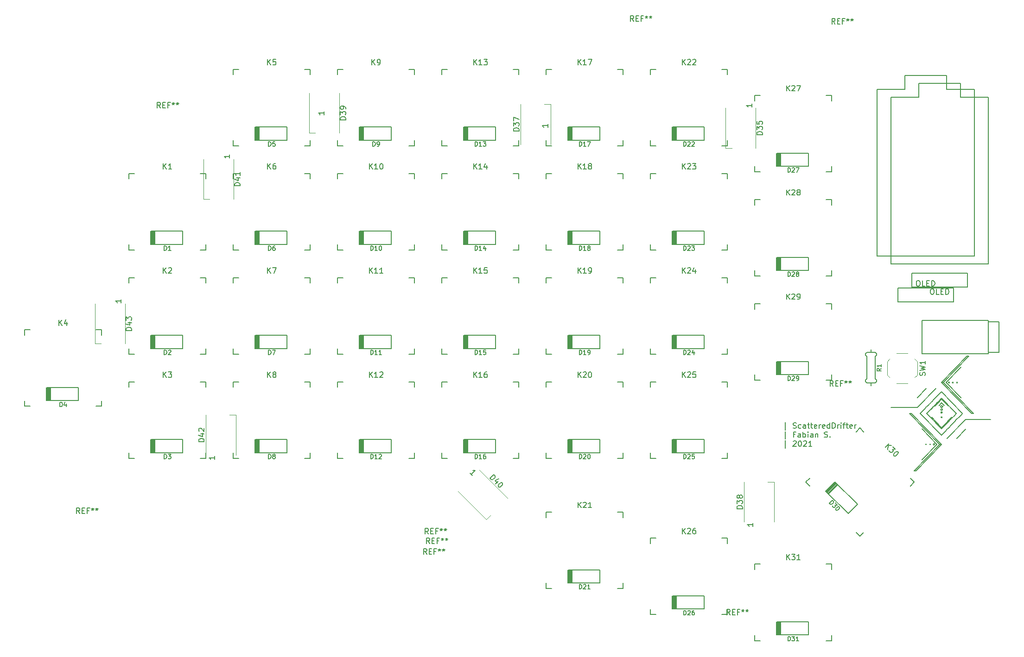
<source format=gto>
%TF.GenerationSoftware,KiCad,Pcbnew,5.1.9*%
%TF.CreationDate,2021-04-17T11:05:04+02:00*%
%TF.ProjectId,Crystal-Zeliska,43727973-7461-46c2-9d5a-656c69736b61,rev?*%
%TF.SameCoordinates,Original*%
%TF.FileFunction,Legend,Top*%
%TF.FilePolarity,Positive*%
%FSLAX46Y46*%
G04 Gerber Fmt 4.6, Leading zero omitted, Abs format (unit mm)*
G04 Created by KiCad (PCBNEW 5.1.9) date 2021-04-17 11:05:04*
%MOMM*%
%LPD*%
G01*
G04 APERTURE LIST*
%ADD10C,0.200000*%
%ADD11C,0.150000*%
%ADD12C,0.120000*%
G04 APERTURE END LIST*
D10*
X219464418Y-100098270D02*
X219503512Y-100081543D01*
X219448225Y-100138652D02*
X219464418Y-100098270D01*
X212438375Y-116291747D02*
X212770897Y-116291396D01*
X212610674Y-116113769D02*
X212438375Y-116291747D01*
X217494959Y-108404037D02*
X217479619Y-108419876D01*
X217490021Y-108409247D02*
X215659331Y-106518205D01*
X217459610Y-100138567D02*
X217791190Y-100138567D01*
X214590430Y-111426111D02*
X214602456Y-111488566D01*
X214641686Y-111390733D02*
X214590430Y-111426111D01*
X215999321Y-111528950D02*
X216120036Y-111553755D01*
X215975309Y-111404255D02*
X215999321Y-111528950D01*
X223217121Y-105743610D02*
X223265221Y-105793280D01*
X211985375Y-105793308D02*
X212046355Y-105856297D01*
X217490018Y-105492430D02*
X217490018Y-105492430D01*
X217548674Y-106459831D02*
X217490018Y-106434734D01*
X215470061Y-111448042D02*
X215453868Y-111407661D01*
X215435931Y-111500805D02*
X215470061Y-111448042D01*
X216077646Y-111333621D02*
X215975309Y-111404255D01*
X221885985Y-106875207D02*
X221672045Y-107096200D01*
X222366665Y-95412235D02*
X222479792Y-95295380D01*
X217791190Y-100138567D02*
X223217121Y-105743610D01*
X218942977Y-100094865D02*
X218918965Y-100219560D01*
X218840640Y-100024231D02*
X218942977Y-100094865D01*
X214662917Y-111500989D02*
X214697166Y-111448042D01*
X214602456Y-111488566D02*
X214662917Y-111500989D01*
X215414774Y-111390933D02*
X215363696Y-111426188D01*
X216630312Y-111448042D02*
X213895131Y-114273406D01*
X217372700Y-105213969D02*
X217553510Y-105251119D01*
X217336735Y-105027197D02*
X217372700Y-105213969D01*
X217490018Y-104921400D02*
X217336735Y-105027197D01*
X217490021Y-103865203D02*
X217959134Y-104349784D01*
X217458037Y-101816899D02*
X221312425Y-105798362D01*
X219482355Y-100191415D02*
X219448225Y-100138652D01*
X219542606Y-100179035D02*
X219482355Y-100191415D01*
X217683555Y-104550368D02*
X217626870Y-104409004D01*
X217564082Y-104735068D02*
X217682329Y-104572871D01*
X217682329Y-104572871D02*
X217683555Y-104550368D01*
X219417657Y-106589549D02*
X219274511Y-106737413D01*
X219274511Y-106737413D02*
X219133003Y-106883587D01*
X219133003Y-106883587D02*
X218993666Y-107027518D01*
X218993666Y-107027518D02*
X218812181Y-107214986D01*
X218812181Y-107214986D02*
X218636767Y-107396183D01*
X218636767Y-107396183D02*
X218468689Y-107569803D01*
X218468689Y-107569803D02*
X218309209Y-107734540D01*
X218309209Y-107734540D02*
X218159593Y-107889089D01*
X218159593Y-107889089D02*
X218054614Y-107997530D01*
X217490023Y-103008856D02*
X220187044Y-105794797D01*
X215562389Y-105000042D02*
X215705534Y-104852177D01*
X215705534Y-104852177D02*
X215847042Y-104706004D01*
X215847042Y-104706004D02*
X215986379Y-104562073D01*
X215986379Y-104562073D02*
X216167864Y-104374605D01*
X216167864Y-104374605D02*
X216343278Y-104193408D01*
X216343278Y-104193408D02*
X216511356Y-104019788D01*
X216511356Y-104019788D02*
X216670836Y-103855050D01*
X216670836Y-103855050D02*
X216820452Y-103700501D01*
X216820452Y-103700501D02*
X216925432Y-103592061D01*
X217490023Y-108580735D02*
X214793002Y-105794797D01*
X217459609Y-100138617D02*
X222880900Y-105738642D01*
X217490018Y-106434734D02*
X217413380Y-106487631D01*
X217490018Y-104921400D02*
X217490018Y-104921400D01*
X217490018Y-104350451D02*
X217490018Y-104350451D01*
X217607336Y-104971596D02*
X217490018Y-104921400D01*
X218287974Y-100138652D02*
X221023154Y-102964015D01*
X221023417Y-97313018D02*
X218287974Y-100138652D01*
X217458037Y-101816899D02*
X217458037Y-101816899D01*
X215531283Y-103807177D02*
X215530403Y-103808085D01*
X216720635Y-103803610D02*
X215562389Y-105000042D01*
X216925432Y-103592061D02*
X217083113Y-103429181D01*
X217083113Y-103429181D02*
X217240260Y-103266853D01*
X217240260Y-103266853D02*
X217392465Y-103109629D01*
X217392465Y-103109629D02*
X217490023Y-103008856D01*
X217388161Y-105562732D02*
X217412060Y-105686842D01*
X217490018Y-105492430D02*
X217388161Y-105562732D01*
X213025816Y-104717979D02*
X213201232Y-104536780D01*
X208238459Y-104717979D02*
X213025816Y-104717979D01*
X218022628Y-109196621D02*
X217864946Y-109359500D01*
X217864946Y-109359500D02*
X217707799Y-109521828D01*
X217707799Y-109521828D02*
X217555594Y-109679052D01*
X217555594Y-109679052D02*
X217458037Y-109779826D01*
X218798250Y-100244364D02*
X218729871Y-100138652D01*
X218918965Y-100219560D02*
X218798250Y-100244364D01*
X219503512Y-100081543D02*
X219503512Y-100081543D01*
X220237370Y-100098129D02*
X220276600Y-100081343D01*
X222479793Y-95295387D02*
X217791190Y-100138567D01*
X212770897Y-116291396D02*
X212885860Y-116172636D01*
X217490018Y-104350451D02*
X217317297Y-104460166D01*
X217317297Y-104460166D02*
X217311213Y-104473863D01*
X218114961Y-103825693D02*
X218740127Y-104471474D01*
X212770897Y-116291291D02*
X217459610Y-111447997D01*
X220276600Y-100081343D02*
X220276600Y-100081343D01*
X222933856Y-105793280D02*
X222880916Y-105738590D01*
X223265221Y-105793280D02*
X222933856Y-105793280D01*
X211645429Y-105786407D02*
X211985375Y-105793308D01*
X211756317Y-105900952D02*
X211645429Y-105786407D01*
X226453205Y-106875207D02*
X221885985Y-106875207D01*
X221885985Y-106875207D02*
X226453205Y-106875207D01*
X214680916Y-111407519D02*
X214641686Y-111390733D01*
X214697166Y-111448042D02*
X214680916Y-111407519D01*
X213894869Y-108622408D02*
X216630312Y-111448042D01*
X216155972Y-111367135D02*
X216077646Y-111333621D01*
X217490021Y-108409247D02*
X219319605Y-106519344D01*
X217490018Y-106434734D02*
X217490018Y-106434734D01*
X217431362Y-106581011D02*
X217521762Y-106599586D01*
X217413380Y-106487631D02*
X217431362Y-106581011D01*
X216077646Y-111333621D02*
X216077646Y-111333621D01*
X215453868Y-111407661D02*
X215414774Y-111390933D01*
X221885982Y-108701751D02*
X220269033Y-110372710D01*
X221885982Y-106875179D02*
X218500554Y-110372710D01*
X221312425Y-105798362D02*
X221165692Y-105949932D01*
X221165692Y-105949932D02*
X221014264Y-106106351D01*
X221014264Y-106106351D02*
X220845292Y-106280895D01*
X220845292Y-106280895D02*
X220747834Y-106381567D01*
X219622453Y-106378000D02*
X219481063Y-106524051D01*
X219481063Y-106524051D02*
X219328862Y-106681270D01*
X219328862Y-106681270D02*
X219167114Y-106848350D01*
X219167114Y-106848350D02*
X218997084Y-107023987D01*
X218997084Y-107023987D02*
X218820034Y-107206874D01*
X218820034Y-107206874D02*
X218637229Y-107395706D01*
X218637229Y-107395706D02*
X218497109Y-107540446D01*
X218497109Y-107540446D02*
X218354995Y-107687244D01*
X218354995Y-107687244D02*
X218259410Y-107785982D01*
X220187044Y-105794797D02*
X220040311Y-105946366D01*
X220040311Y-105946366D02*
X219888884Y-106102786D01*
X219888884Y-106102786D02*
X219719911Y-106277328D01*
X219719911Y-106277328D02*
X219622453Y-106378000D01*
X220315830Y-100179176D02*
X220255369Y-100191599D01*
X220327856Y-100116721D02*
X220315830Y-100179176D01*
X220747834Y-106381567D02*
X220606443Y-106527618D01*
X220606443Y-106527618D02*
X220454243Y-106684837D01*
X220454243Y-106684837D02*
X220292495Y-106851918D01*
X220292495Y-106851918D02*
X220122464Y-107027554D01*
X220122464Y-107027554D02*
X219945414Y-107210441D01*
X219945414Y-107210441D02*
X219762609Y-107399273D01*
X219762609Y-107399273D02*
X219622489Y-107544013D01*
X219622489Y-107544013D02*
X219480376Y-107690811D01*
X219480376Y-107690811D02*
X219384791Y-107789549D01*
X217458037Y-109779826D02*
X213603649Y-105798362D01*
X214168240Y-105215157D02*
X214309629Y-105069106D01*
X214309629Y-105069106D02*
X214461830Y-104911887D01*
X214461830Y-104911887D02*
X214623578Y-104744807D01*
X214623578Y-104744807D02*
X214793609Y-104569171D01*
X214793609Y-104569171D02*
X214970659Y-104386284D01*
X214970659Y-104386284D02*
X215153464Y-104197452D01*
X215153464Y-104197452D02*
X215293584Y-104052712D01*
X215293584Y-104052712D02*
X215435697Y-103905914D01*
X215435697Y-103905914D02*
X215531283Y-103807177D01*
X222148487Y-95295152D02*
X217459609Y-100138617D01*
X222479792Y-95295380D02*
X222148487Y-95295152D01*
X215375680Y-111488425D02*
X215435931Y-111500805D01*
X215363696Y-111426188D02*
X215375680Y-111488425D01*
X215357593Y-105211591D02*
X215498982Y-105065539D01*
X215498982Y-105065539D02*
X215651183Y-104908320D01*
X215651183Y-104908320D02*
X215812931Y-104741240D01*
X215812931Y-104741240D02*
X215982961Y-104565603D01*
X215982961Y-104565603D02*
X216160011Y-104382716D01*
X216160011Y-104382716D02*
X216342816Y-104193884D01*
X216342816Y-104193884D02*
X216482936Y-104049145D01*
X216482936Y-104049145D02*
X216625049Y-103902347D01*
X216625049Y-103902347D02*
X216720635Y-103803610D01*
X214793002Y-105794797D02*
X214939734Y-105643226D01*
X214939734Y-105643226D02*
X215091161Y-105486806D01*
X215091161Y-105486806D02*
X215260134Y-105312262D01*
X215260134Y-105312262D02*
X215357593Y-105211591D01*
X218259410Y-107785982D02*
X219417657Y-106589549D01*
X218054614Y-107997530D02*
X217896932Y-108160409D01*
X217896932Y-108160409D02*
X217739785Y-108322737D01*
X217739785Y-108322737D02*
X217587580Y-108479961D01*
X217587580Y-108479961D02*
X217490023Y-108580735D01*
X217567976Y-105525786D02*
X217490018Y-105492430D01*
X217600268Y-105606314D02*
X217567976Y-105525786D01*
X217020986Y-104349701D02*
X217490021Y-103865203D01*
X217626870Y-104409004D02*
X217490018Y-104350451D01*
X217655930Y-105092782D02*
X217607336Y-104971596D01*
X217553510Y-105251119D02*
X217655930Y-105092782D01*
X219554590Y-100116797D02*
X219542606Y-100179035D01*
X219503512Y-100081543D02*
X219554590Y-100116797D01*
X217572970Y-106520421D02*
X217548674Y-106459831D01*
X217521762Y-106599586D02*
X217572970Y-106520421D01*
X216893446Y-102400104D02*
X217051126Y-102237224D01*
X217051126Y-102237224D02*
X217208273Y-102074896D01*
X217208273Y-102074896D02*
X217360479Y-101917672D01*
X217360479Y-101917672D02*
X217458037Y-101816899D01*
X215530403Y-103808085D02*
X215673548Y-103660220D01*
X215673548Y-103660220D02*
X215815056Y-103514047D01*
X215815056Y-103514047D02*
X215954393Y-103370116D01*
X215954393Y-103370116D02*
X216135878Y-103182648D01*
X216135878Y-103182648D02*
X216311291Y-103001451D01*
X216311291Y-103001451D02*
X216479370Y-102827831D01*
X216479370Y-102827831D02*
X216638850Y-102663093D01*
X216638850Y-102663093D02*
X216788466Y-102508544D01*
X216788466Y-102508544D02*
X216893446Y-102400104D01*
X220276600Y-100081343D02*
X220327856Y-100116721D01*
X218840640Y-100024231D02*
X218840640Y-100024231D01*
X217532209Y-105711530D02*
X217600268Y-105606314D01*
X217412060Y-105686842D02*
X217532209Y-105711530D01*
X213603649Y-105798362D02*
X213750381Y-105646792D01*
X213750381Y-105646792D02*
X213901809Y-105490372D01*
X213901809Y-105490372D02*
X214070781Y-105315828D01*
X214070781Y-105315828D02*
X214168240Y-105215157D01*
X219384791Y-107789549D02*
X219385670Y-107788640D01*
X216864436Y-103826359D02*
X216239439Y-104471962D01*
X217490021Y-103180149D02*
X218114961Y-103825693D01*
X216864436Y-103826359D02*
X217490021Y-103180149D01*
X217490023Y-103008856D02*
X217490023Y-103008856D01*
X218762314Y-100057744D02*
X218840640Y-100024231D01*
X218729871Y-100138652D02*
X218762314Y-100057744D01*
X211645432Y-105786406D02*
X217135365Y-111451228D01*
X214641686Y-111390733D02*
X214641686Y-111390733D01*
X215414774Y-111390933D02*
X215414774Y-111390933D01*
X217353166Y-104691732D02*
X217550403Y-104740308D01*
X217550403Y-104740308D02*
X217564082Y-104735068D01*
X217311213Y-104473863D02*
X217338627Y-104674924D01*
X217338627Y-104674924D02*
X217353166Y-104691732D01*
X213025804Y-102891425D02*
X214642753Y-101220466D01*
X213025804Y-104717998D02*
X216411232Y-101220466D01*
X216188415Y-111448042D02*
X216155972Y-111367135D01*
X216120036Y-111553755D02*
X216188415Y-111448042D01*
X217459610Y-111447997D02*
X217127526Y-111447997D01*
X220221120Y-100138652D02*
X220237370Y-100098129D01*
X220255369Y-100191599D02*
X220221120Y-100138652D01*
X217127526Y-111447997D02*
X212438375Y-116291740D01*
X217459610Y-111447997D02*
X212046354Y-105856266D01*
X219385670Y-107788640D02*
X219242524Y-107936504D01*
X219242524Y-107936504D02*
X219101016Y-108082677D01*
X219101016Y-108082677D02*
X218961679Y-108226608D01*
X218961679Y-108226608D02*
X218780195Y-108414076D01*
X218780195Y-108414076D02*
X218604781Y-108595273D01*
X218604781Y-108595273D02*
X218436703Y-108768893D01*
X218436703Y-108768893D02*
X218277223Y-108933631D01*
X218277223Y-108933631D02*
X218127607Y-109088180D01*
X218127607Y-109088180D02*
X218022628Y-109196621D01*
D11*
X188939360Y-108844354D02*
X188939360Y-107415782D01*
X190367931Y-108463401D02*
X190510789Y-108511020D01*
X190748884Y-108511020D01*
X190844122Y-108463401D01*
X190891741Y-108415782D01*
X190939360Y-108320544D01*
X190939360Y-108225306D01*
X190891741Y-108130068D01*
X190844122Y-108082449D01*
X190748884Y-108034830D01*
X190558408Y-107987211D01*
X190463170Y-107939592D01*
X190415550Y-107891973D01*
X190367931Y-107796735D01*
X190367931Y-107701497D01*
X190415550Y-107606259D01*
X190463170Y-107558640D01*
X190558408Y-107511020D01*
X190796503Y-107511020D01*
X190939360Y-107558640D01*
X191796503Y-108463401D02*
X191701265Y-108511020D01*
X191510789Y-108511020D01*
X191415550Y-108463401D01*
X191367931Y-108415782D01*
X191320312Y-108320544D01*
X191320312Y-108034830D01*
X191367931Y-107939592D01*
X191415550Y-107891973D01*
X191510789Y-107844354D01*
X191701265Y-107844354D01*
X191796503Y-107891973D01*
X192653646Y-108511020D02*
X192653646Y-107987211D01*
X192606027Y-107891973D01*
X192510789Y-107844354D01*
X192320312Y-107844354D01*
X192225074Y-107891973D01*
X192653646Y-108463401D02*
X192558408Y-108511020D01*
X192320312Y-108511020D01*
X192225074Y-108463401D01*
X192177455Y-108368163D01*
X192177455Y-108272925D01*
X192225074Y-108177687D01*
X192320312Y-108130068D01*
X192558408Y-108130068D01*
X192653646Y-108082449D01*
X192986979Y-107844354D02*
X193367931Y-107844354D01*
X193129836Y-107511020D02*
X193129836Y-108368163D01*
X193177455Y-108463401D01*
X193272693Y-108511020D01*
X193367931Y-108511020D01*
X193558408Y-107844354D02*
X193939360Y-107844354D01*
X193701265Y-107511020D02*
X193701265Y-108368163D01*
X193748884Y-108463401D01*
X193844122Y-108511020D01*
X193939360Y-108511020D01*
X194653646Y-108463401D02*
X194558408Y-108511020D01*
X194367931Y-108511020D01*
X194272693Y-108463401D01*
X194225074Y-108368163D01*
X194225074Y-107987211D01*
X194272693Y-107891973D01*
X194367931Y-107844354D01*
X194558408Y-107844354D01*
X194653646Y-107891973D01*
X194701265Y-107987211D01*
X194701265Y-108082449D01*
X194225074Y-108177687D01*
X195129836Y-108511020D02*
X195129836Y-107844354D01*
X195129836Y-108034830D02*
X195177455Y-107939592D01*
X195225074Y-107891973D01*
X195320312Y-107844354D01*
X195415550Y-107844354D01*
X196129836Y-108463401D02*
X196034598Y-108511020D01*
X195844122Y-108511020D01*
X195748884Y-108463401D01*
X195701265Y-108368163D01*
X195701265Y-107987211D01*
X195748884Y-107891973D01*
X195844122Y-107844354D01*
X196034598Y-107844354D01*
X196129836Y-107891973D01*
X196177455Y-107987211D01*
X196177455Y-108082449D01*
X195701265Y-108177687D01*
X197034598Y-108511020D02*
X197034598Y-107511020D01*
X197034598Y-108463401D02*
X196939360Y-108511020D01*
X196748884Y-108511020D01*
X196653646Y-108463401D01*
X196606027Y-108415782D01*
X196558408Y-108320544D01*
X196558408Y-108034830D01*
X196606027Y-107939592D01*
X196653646Y-107891973D01*
X196748884Y-107844354D01*
X196939360Y-107844354D01*
X197034598Y-107891973D01*
X197510789Y-108511020D02*
X197510789Y-107511020D01*
X197748884Y-107511020D01*
X197891741Y-107558640D01*
X197986979Y-107653878D01*
X198034598Y-107749116D01*
X198082217Y-107939592D01*
X198082217Y-108082449D01*
X198034598Y-108272925D01*
X197986979Y-108368163D01*
X197891741Y-108463401D01*
X197748884Y-108511020D01*
X197510789Y-108511020D01*
X198510789Y-108511020D02*
X198510789Y-107844354D01*
X198510789Y-108034830D02*
X198558408Y-107939592D01*
X198606027Y-107891973D01*
X198701265Y-107844354D01*
X198796503Y-107844354D01*
X199129836Y-108511020D02*
X199129836Y-107844354D01*
X199129836Y-107511020D02*
X199082217Y-107558640D01*
X199129836Y-107606259D01*
X199177455Y-107558640D01*
X199129836Y-107511020D01*
X199129836Y-107606259D01*
X199463170Y-107844354D02*
X199844122Y-107844354D01*
X199606027Y-108511020D02*
X199606027Y-107653878D01*
X199653646Y-107558640D01*
X199748884Y-107511020D01*
X199844122Y-107511020D01*
X200034598Y-107844354D02*
X200415550Y-107844354D01*
X200177455Y-107511020D02*
X200177455Y-108368163D01*
X200225074Y-108463401D01*
X200320312Y-108511020D01*
X200415550Y-108511020D01*
X201129836Y-108463401D02*
X201034598Y-108511020D01*
X200844122Y-108511020D01*
X200748884Y-108463401D01*
X200701265Y-108368163D01*
X200701265Y-107987211D01*
X200748884Y-107891973D01*
X200844122Y-107844354D01*
X201034598Y-107844354D01*
X201129836Y-107891973D01*
X201177455Y-107987211D01*
X201177455Y-108082449D01*
X200701265Y-108177687D01*
X201606027Y-108511020D02*
X201606027Y-107844354D01*
X201606027Y-108034830D02*
X201653646Y-107939592D01*
X201701265Y-107891973D01*
X201796503Y-107844354D01*
X201891741Y-107844354D01*
X188939360Y-110494354D02*
X188939360Y-109065782D01*
X190748884Y-109637211D02*
X190415550Y-109637211D01*
X190415550Y-110161020D02*
X190415550Y-109161020D01*
X190891741Y-109161020D01*
X191701265Y-110161020D02*
X191701265Y-109637211D01*
X191653646Y-109541973D01*
X191558408Y-109494354D01*
X191367931Y-109494354D01*
X191272693Y-109541973D01*
X191701265Y-110113401D02*
X191606027Y-110161020D01*
X191367931Y-110161020D01*
X191272693Y-110113401D01*
X191225074Y-110018163D01*
X191225074Y-109922925D01*
X191272693Y-109827687D01*
X191367931Y-109780068D01*
X191606027Y-109780068D01*
X191701265Y-109732449D01*
X192177455Y-110161020D02*
X192177455Y-109161020D01*
X192177455Y-109541973D02*
X192272693Y-109494354D01*
X192463170Y-109494354D01*
X192558408Y-109541973D01*
X192606027Y-109589592D01*
X192653646Y-109684830D01*
X192653646Y-109970544D01*
X192606027Y-110065782D01*
X192558408Y-110113401D01*
X192463170Y-110161020D01*
X192272693Y-110161020D01*
X192177455Y-110113401D01*
X193082217Y-110161020D02*
X193082217Y-109494354D01*
X193082217Y-109161020D02*
X193034598Y-109208640D01*
X193082217Y-109256259D01*
X193129836Y-109208640D01*
X193082217Y-109161020D01*
X193082217Y-109256259D01*
X193986979Y-110161020D02*
X193986979Y-109637211D01*
X193939360Y-109541973D01*
X193844122Y-109494354D01*
X193653646Y-109494354D01*
X193558408Y-109541973D01*
X193986979Y-110113401D02*
X193891741Y-110161020D01*
X193653646Y-110161020D01*
X193558408Y-110113401D01*
X193510789Y-110018163D01*
X193510789Y-109922925D01*
X193558408Y-109827687D01*
X193653646Y-109780068D01*
X193891741Y-109780068D01*
X193986979Y-109732449D01*
X194463170Y-109494354D02*
X194463170Y-110161020D01*
X194463170Y-109589592D02*
X194510789Y-109541973D01*
X194606027Y-109494354D01*
X194748884Y-109494354D01*
X194844122Y-109541973D01*
X194891741Y-109637211D01*
X194891741Y-110161020D01*
X196082217Y-110113401D02*
X196225074Y-110161020D01*
X196463170Y-110161020D01*
X196558408Y-110113401D01*
X196606027Y-110065782D01*
X196653646Y-109970544D01*
X196653646Y-109875306D01*
X196606027Y-109780068D01*
X196558408Y-109732449D01*
X196463170Y-109684830D01*
X196272693Y-109637211D01*
X196177455Y-109589592D01*
X196129836Y-109541973D01*
X196082217Y-109446735D01*
X196082217Y-109351497D01*
X196129836Y-109256259D01*
X196177455Y-109208640D01*
X196272693Y-109161020D01*
X196510789Y-109161020D01*
X196653646Y-109208640D01*
X197082217Y-110065782D02*
X197129836Y-110113401D01*
X197082217Y-110161020D01*
X197034598Y-110113401D01*
X197082217Y-110065782D01*
X197082217Y-110161020D01*
X188939360Y-112144354D02*
X188939360Y-110715782D01*
X190367931Y-110906259D02*
X190415550Y-110858640D01*
X190510789Y-110811020D01*
X190748884Y-110811020D01*
X190844122Y-110858640D01*
X190891741Y-110906259D01*
X190939360Y-111001497D01*
X190939360Y-111096735D01*
X190891741Y-111239592D01*
X190320312Y-111811020D01*
X190939360Y-111811020D01*
X191558408Y-110811020D02*
X191653646Y-110811020D01*
X191748884Y-110858640D01*
X191796503Y-110906259D01*
X191844122Y-111001497D01*
X191891741Y-111191973D01*
X191891741Y-111430068D01*
X191844122Y-111620544D01*
X191796503Y-111715782D01*
X191748884Y-111763401D01*
X191653646Y-111811020D01*
X191558408Y-111811020D01*
X191463170Y-111763401D01*
X191415550Y-111715782D01*
X191367931Y-111620544D01*
X191320312Y-111430068D01*
X191320312Y-111191973D01*
X191367931Y-111001497D01*
X191415550Y-110906259D01*
X191463170Y-110858640D01*
X191558408Y-110811020D01*
X192272693Y-110906259D02*
X192320312Y-110858640D01*
X192415550Y-110811020D01*
X192653646Y-110811020D01*
X192748884Y-110858640D01*
X192796503Y-110906259D01*
X192844122Y-111001497D01*
X192844122Y-111096735D01*
X192796503Y-111239592D01*
X192225074Y-111811020D01*
X192844122Y-111811020D01*
X193796503Y-111811020D02*
X193225074Y-111811020D01*
X193510789Y-111811020D02*
X193510789Y-110811020D01*
X193415550Y-110953878D01*
X193320312Y-111049116D01*
X193225074Y-111096735D01*
D12*
%TO.C,D37*%
X140594420Y-56578640D02*
X140594420Y-49278640D01*
X146094420Y-56578640D02*
X146094420Y-49278640D01*
X146094420Y-49278640D02*
X144944420Y-49278640D01*
D10*
%TO.C,D19*%
X155084420Y-93926140D02*
X149284420Y-93926140D01*
X155084420Y-91526140D02*
X155084420Y-93926140D01*
X149284420Y-91526140D02*
X155084420Y-91526140D01*
X149359420Y-91526140D02*
X149359420Y-93926140D01*
X149484420Y-91526140D02*
X149484420Y-93926140D01*
X149259420Y-93926140D02*
X149259420Y-91526140D01*
X149659420Y-91526140D02*
X149659420Y-93926140D01*
X149834420Y-91526140D02*
X149834420Y-93926140D01*
X150009420Y-91526140D02*
X150009420Y-93926140D01*
D12*
%TO.C,D40*%
X134340816Y-125194123D02*
X135153989Y-124380951D01*
X129178937Y-120032244D02*
X134340816Y-125194123D01*
X133068024Y-116143157D02*
X138229903Y-121305036D01*
%TO.C,D35*%
X178044420Y-57258640D02*
X179194420Y-57258640D01*
X178044420Y-49958640D02*
X178044420Y-57258640D01*
X183544420Y-49958640D02*
X183544420Y-57258640D01*
D11*
%TO.C,K26*%
X164334420Y-129588640D02*
X164334420Y-128588640D01*
X164334420Y-142588640D02*
X164334420Y-141588640D01*
X178334420Y-128588640D02*
X178334420Y-129588640D01*
X177334420Y-128588640D02*
X178334420Y-128588640D01*
X178334420Y-142588640D02*
X177334420Y-142588640D01*
X178334420Y-141588640D02*
X178334420Y-142588640D01*
X165334420Y-142588640D02*
X164334420Y-142588640D01*
X164334420Y-128588640D02*
X165334420Y-128588640D01*
%TO.C,K1*%
X69084420Y-61913640D02*
X70084420Y-61913640D01*
X70084420Y-75913640D02*
X69084420Y-75913640D01*
X83084420Y-74913640D02*
X83084420Y-75913640D01*
X83084420Y-75913640D02*
X82084420Y-75913640D01*
X82084420Y-61913640D02*
X83084420Y-61913640D01*
X83084420Y-61913640D02*
X83084420Y-62913640D01*
X69084420Y-75913640D02*
X69084420Y-74913640D01*
X69084420Y-62913640D02*
X69084420Y-61913640D01*
D12*
%TO.C,SW1*%
X213034420Y-96278640D02*
X213034420Y-98778640D01*
X211284420Y-94778640D02*
X209284420Y-94778640D01*
X207534420Y-96278640D02*
X207534420Y-98778640D01*
X211284420Y-100278640D02*
X209284420Y-100278640D01*
X212584420Y-95828640D02*
X213034420Y-96278640D01*
X212584420Y-99228640D02*
X213034420Y-98778640D01*
X207984420Y-99228640D02*
X207534420Y-98778640D01*
X207984420Y-95828640D02*
X207534420Y-96278640D01*
%TO.C,D41*%
X88154420Y-59288640D02*
X88154420Y-66588640D01*
X82654420Y-59288640D02*
X82654420Y-66588640D01*
X82654420Y-66588640D02*
X83804420Y-66588640D01*
D11*
%TO.C,K2*%
X69084420Y-80963640D02*
X70084420Y-80963640D01*
X70084420Y-94963640D02*
X69084420Y-94963640D01*
X83084420Y-93963640D02*
X83084420Y-94963640D01*
X83084420Y-94963640D02*
X82084420Y-94963640D01*
X82084420Y-80963640D02*
X83084420Y-80963640D01*
X83084420Y-80963640D02*
X83084420Y-81963640D01*
X69084420Y-94963640D02*
X69084420Y-93963640D01*
X69084420Y-81963640D02*
X69084420Y-80963640D01*
%TO.C,K3*%
X69084420Y-101013640D02*
X69084420Y-100013640D01*
X69084420Y-114013640D02*
X69084420Y-113013640D01*
X83084420Y-100013640D02*
X83084420Y-101013640D01*
X82084420Y-100013640D02*
X83084420Y-100013640D01*
X83084420Y-114013640D02*
X82084420Y-114013640D01*
X83084420Y-113013640D02*
X83084420Y-114013640D01*
X70084420Y-114013640D02*
X69084420Y-114013640D01*
X69084420Y-100013640D02*
X70084420Y-100013640D01*
%TO.C,K11*%
X107184420Y-80963640D02*
X108184420Y-80963640D01*
X108184420Y-94963640D02*
X107184420Y-94963640D01*
X121184420Y-93963640D02*
X121184420Y-94963640D01*
X121184420Y-94963640D02*
X120184420Y-94963640D01*
X120184420Y-80963640D02*
X121184420Y-80963640D01*
X121184420Y-80963640D02*
X121184420Y-81963640D01*
X107184420Y-94963640D02*
X107184420Y-93963640D01*
X107184420Y-81963640D02*
X107184420Y-80963640D01*
%TO.C,U1*%
X223444420Y-76978640D02*
X205664420Y-76978640D01*
X223444420Y-46498640D02*
X223444420Y-76978640D01*
X218364420Y-46498640D02*
X223444420Y-46498640D01*
X218364420Y-43958640D02*
X218364420Y-46498640D01*
X210744420Y-43958640D02*
X218364420Y-43958640D01*
X210744420Y-46498640D02*
X210744420Y-43958640D01*
X205664420Y-46498640D02*
X210744420Y-46498640D01*
X205664420Y-46498640D02*
X205664420Y-76978640D01*
D12*
%TO.C,D39*%
X101964420Y-54518640D02*
X103114420Y-54518640D01*
X101964420Y-47218640D02*
X101964420Y-54518640D01*
X107464420Y-47218640D02*
X107464420Y-54518640D01*
%TO.C,D38*%
X181404420Y-125638640D02*
X181404420Y-118338640D01*
X186904420Y-125638640D02*
X186904420Y-118338640D01*
X186904420Y-118338640D02*
X185754420Y-118338640D01*
D11*
%TO.C,U1*%
X208224420Y-47958640D02*
X208224420Y-78438640D01*
X213304420Y-47958640D02*
X208224420Y-47958640D01*
X213304420Y-45418640D02*
X213304420Y-47958640D01*
X220924420Y-45418640D02*
X213304420Y-45418640D01*
X220924420Y-47958640D02*
X220924420Y-45418640D01*
X226004420Y-47958640D02*
X220924420Y-47958640D01*
X226004420Y-78438640D02*
X226004420Y-47958640D01*
X208224420Y-78438640D02*
X226004420Y-78438640D01*
D10*
%TO.C,D3*%
X73809420Y-110576140D02*
X73809420Y-112976140D01*
X73634420Y-110576140D02*
X73634420Y-112976140D01*
X73459420Y-110576140D02*
X73459420Y-112976140D01*
X73059420Y-112976140D02*
X73059420Y-110576140D01*
X73284420Y-110576140D02*
X73284420Y-112976140D01*
X73159420Y-110576140D02*
X73159420Y-112976140D01*
X73084420Y-110576140D02*
X78884420Y-110576140D01*
X78884420Y-110576140D02*
X78884420Y-112976140D01*
X78884420Y-112976140D02*
X73084420Y-112976140D01*
%TO.C,D9*%
X116984420Y-55826140D02*
X111184420Y-55826140D01*
X116984420Y-53426140D02*
X116984420Y-55826140D01*
X111184420Y-53426140D02*
X116984420Y-53426140D01*
X111259420Y-53426140D02*
X111259420Y-55826140D01*
X111384420Y-53426140D02*
X111384420Y-55826140D01*
X111159420Y-55826140D02*
X111159420Y-53426140D01*
X111559420Y-53426140D02*
X111559420Y-55826140D01*
X111734420Y-53426140D02*
X111734420Y-55826140D01*
X111909420Y-53426140D02*
X111909420Y-55826140D01*
%TO.C,D20*%
X155084420Y-112976140D02*
X149284420Y-112976140D01*
X155084420Y-110576140D02*
X155084420Y-112976140D01*
X149284420Y-110576140D02*
X155084420Y-110576140D01*
X149359420Y-110576140D02*
X149359420Y-112976140D01*
X149484420Y-110576140D02*
X149484420Y-112976140D01*
X149259420Y-112976140D02*
X149259420Y-110576140D01*
X149659420Y-110576140D02*
X149659420Y-112976140D01*
X149834420Y-110576140D02*
X149834420Y-112976140D01*
X150009420Y-110576140D02*
X150009420Y-112976140D01*
%TO.C,D21*%
X150009420Y-134388640D02*
X150009420Y-136788640D01*
X149834420Y-134388640D02*
X149834420Y-136788640D01*
X149659420Y-134388640D02*
X149659420Y-136788640D01*
X149259420Y-136788640D02*
X149259420Y-134388640D01*
X149484420Y-134388640D02*
X149484420Y-136788640D01*
X149359420Y-134388640D02*
X149359420Y-136788640D01*
X149284420Y-134388640D02*
X155084420Y-134388640D01*
X155084420Y-134388640D02*
X155084420Y-136788640D01*
X155084420Y-136788640D02*
X149284420Y-136788640D01*
%TO.C,D22*%
X174134420Y-55826140D02*
X168334420Y-55826140D01*
X174134420Y-53426140D02*
X174134420Y-55826140D01*
X168334420Y-53426140D02*
X174134420Y-53426140D01*
X168409420Y-53426140D02*
X168409420Y-55826140D01*
X168534420Y-53426140D02*
X168534420Y-55826140D01*
X168309420Y-55826140D02*
X168309420Y-53426140D01*
X168709420Y-53426140D02*
X168709420Y-55826140D01*
X168884420Y-53426140D02*
X168884420Y-55826140D01*
X169059420Y-53426140D02*
X169059420Y-55826140D01*
%TO.C,D23*%
X169059420Y-72476140D02*
X169059420Y-74876140D01*
X168884420Y-72476140D02*
X168884420Y-74876140D01*
X168709420Y-72476140D02*
X168709420Y-74876140D01*
X168309420Y-74876140D02*
X168309420Y-72476140D01*
X168534420Y-72476140D02*
X168534420Y-74876140D01*
X168409420Y-72476140D02*
X168409420Y-74876140D01*
X168334420Y-72476140D02*
X174134420Y-72476140D01*
X174134420Y-72476140D02*
X174134420Y-74876140D01*
X174134420Y-74876140D02*
X168334420Y-74876140D01*
%TO.C,D24*%
X174134420Y-93926140D02*
X168334420Y-93926140D01*
X174134420Y-91526140D02*
X174134420Y-93926140D01*
X168334420Y-91526140D02*
X174134420Y-91526140D01*
X168409420Y-91526140D02*
X168409420Y-93926140D01*
X168534420Y-91526140D02*
X168534420Y-93926140D01*
X168309420Y-93926140D02*
X168309420Y-91526140D01*
X168709420Y-91526140D02*
X168709420Y-93926140D01*
X168884420Y-91526140D02*
X168884420Y-93926140D01*
X169059420Y-91526140D02*
X169059420Y-93926140D01*
%TO.C,D25*%
X169059420Y-110576140D02*
X169059420Y-112976140D01*
X168884420Y-110576140D02*
X168884420Y-112976140D01*
X168709420Y-110576140D02*
X168709420Y-112976140D01*
X168309420Y-112976140D02*
X168309420Y-110576140D01*
X168534420Y-110576140D02*
X168534420Y-112976140D01*
X168409420Y-110576140D02*
X168409420Y-112976140D01*
X168334420Y-110576140D02*
X174134420Y-110576140D01*
X174134420Y-110576140D02*
X174134420Y-112976140D01*
X174134420Y-112976140D02*
X168334420Y-112976140D01*
%TO.C,D26*%
X174134420Y-141551140D02*
X168334420Y-141551140D01*
X174134420Y-139151140D02*
X174134420Y-141551140D01*
X168334420Y-139151140D02*
X174134420Y-139151140D01*
X168409420Y-139151140D02*
X168409420Y-141551140D01*
X168534420Y-139151140D02*
X168534420Y-141551140D01*
X168309420Y-141551140D02*
X168309420Y-139151140D01*
X168709420Y-139151140D02*
X168709420Y-141551140D01*
X168884420Y-139151140D02*
X168884420Y-141551140D01*
X169059420Y-139151140D02*
X169059420Y-141551140D01*
%TO.C,D27*%
X188109420Y-58188640D02*
X188109420Y-60588640D01*
X187934420Y-58188640D02*
X187934420Y-60588640D01*
X187759420Y-58188640D02*
X187759420Y-60588640D01*
X187359420Y-60588640D02*
X187359420Y-58188640D01*
X187584420Y-58188640D02*
X187584420Y-60588640D01*
X187459420Y-58188640D02*
X187459420Y-60588640D01*
X187384420Y-58188640D02*
X193184420Y-58188640D01*
X193184420Y-58188640D02*
X193184420Y-60588640D01*
X193184420Y-60588640D02*
X187384420Y-60588640D01*
%TO.C,D28*%
X193184420Y-79638640D02*
X187384420Y-79638640D01*
X193184420Y-77238640D02*
X193184420Y-79638640D01*
X187384420Y-77238640D02*
X193184420Y-77238640D01*
X187459420Y-77238640D02*
X187459420Y-79638640D01*
X187584420Y-77238640D02*
X187584420Y-79638640D01*
X187359420Y-79638640D02*
X187359420Y-77238640D01*
X187759420Y-77238640D02*
X187759420Y-79638640D01*
X187934420Y-77238640D02*
X187934420Y-79638640D01*
X188109420Y-77238640D02*
X188109420Y-79638640D01*
%TO.C,D29*%
X188109420Y-96288640D02*
X188109420Y-98688640D01*
X187934420Y-96288640D02*
X187934420Y-98688640D01*
X187759420Y-96288640D02*
X187759420Y-98688640D01*
X187359420Y-98688640D02*
X187359420Y-96288640D01*
X187584420Y-96288640D02*
X187584420Y-98688640D01*
X187459420Y-96288640D02*
X187459420Y-98688640D01*
X187384420Y-96288640D02*
X193184420Y-96288640D01*
X193184420Y-96288640D02*
X193184420Y-98688640D01*
X193184420Y-98688640D02*
X187384420Y-98688640D01*
%TO.C,D31*%
X193184420Y-146313640D02*
X187384420Y-146313640D01*
X193184420Y-143913640D02*
X193184420Y-146313640D01*
X187384420Y-143913640D02*
X193184420Y-143913640D01*
X187459420Y-143913640D02*
X187459420Y-146313640D01*
X187584420Y-143913640D02*
X187584420Y-146313640D01*
X187359420Y-146313640D02*
X187359420Y-143913640D01*
X187759420Y-143913640D02*
X187759420Y-146313640D01*
X187934420Y-143913640D02*
X187934420Y-146313640D01*
X188109420Y-143913640D02*
X188109420Y-146313640D01*
%TO.C,D5*%
X92859420Y-53426140D02*
X92859420Y-55826140D01*
X92684420Y-53426140D02*
X92684420Y-55826140D01*
X92509420Y-53426140D02*
X92509420Y-55826140D01*
X92109420Y-55826140D02*
X92109420Y-53426140D01*
X92334420Y-53426140D02*
X92334420Y-55826140D01*
X92209420Y-53426140D02*
X92209420Y-55826140D01*
X92134420Y-53426140D02*
X97934420Y-53426140D01*
X97934420Y-53426140D02*
X97934420Y-55826140D01*
X97934420Y-55826140D02*
X92134420Y-55826140D01*
%TO.C,D30*%
X200405791Y-124129567D02*
X196304572Y-120028348D01*
X202102847Y-122432511D02*
X200405791Y-124129567D01*
X198001628Y-118331292D02*
X202102847Y-122432511D01*
X198054661Y-118384325D02*
X196357605Y-120081381D01*
X198143049Y-118472713D02*
X196445993Y-120169769D01*
X196286894Y-120010670D02*
X197983950Y-118313614D01*
X198266793Y-118596457D02*
X196569737Y-120293513D01*
X198390537Y-118720200D02*
X196693480Y-120417257D01*
X198514280Y-118843944D02*
X196817224Y-120541000D01*
D11*
%TO.C,K4*%
X50034420Y-91488640D02*
X50034420Y-90488640D01*
X50034420Y-104488640D02*
X50034420Y-103488640D01*
X64034420Y-90488640D02*
X64034420Y-91488640D01*
X63034420Y-90488640D02*
X64034420Y-90488640D01*
X64034420Y-104488640D02*
X63034420Y-104488640D01*
X64034420Y-103488640D02*
X64034420Y-104488640D01*
X51034420Y-104488640D02*
X50034420Y-104488640D01*
X50034420Y-90488640D02*
X51034420Y-90488640D01*
%TO.C,K5*%
X88134420Y-42863640D02*
X89134420Y-42863640D01*
X89134420Y-56863640D02*
X88134420Y-56863640D01*
X102134420Y-55863640D02*
X102134420Y-56863640D01*
X102134420Y-56863640D02*
X101134420Y-56863640D01*
X101134420Y-42863640D02*
X102134420Y-42863640D01*
X102134420Y-42863640D02*
X102134420Y-43863640D01*
X88134420Y-56863640D02*
X88134420Y-55863640D01*
X88134420Y-43863640D02*
X88134420Y-42863640D01*
%TO.C,K6*%
X88134420Y-61913640D02*
X89134420Y-61913640D01*
X89134420Y-75913640D02*
X88134420Y-75913640D01*
X102134420Y-74913640D02*
X102134420Y-75913640D01*
X102134420Y-75913640D02*
X101134420Y-75913640D01*
X101134420Y-61913640D02*
X102134420Y-61913640D01*
X102134420Y-61913640D02*
X102134420Y-62913640D01*
X88134420Y-75913640D02*
X88134420Y-74913640D01*
X88134420Y-62913640D02*
X88134420Y-61913640D01*
%TO.C,K7*%
X88134420Y-80963640D02*
X89134420Y-80963640D01*
X89134420Y-94963640D02*
X88134420Y-94963640D01*
X102134420Y-93963640D02*
X102134420Y-94963640D01*
X102134420Y-94963640D02*
X101134420Y-94963640D01*
X101134420Y-80963640D02*
X102134420Y-80963640D01*
X102134420Y-80963640D02*
X102134420Y-81963640D01*
X88134420Y-94963640D02*
X88134420Y-93963640D01*
X88134420Y-81963640D02*
X88134420Y-80963640D01*
%TO.C,K8*%
X88134420Y-101013640D02*
X88134420Y-100013640D01*
X88134420Y-114013640D02*
X88134420Y-113013640D01*
X102134420Y-100013640D02*
X102134420Y-101013640D01*
X101134420Y-100013640D02*
X102134420Y-100013640D01*
X102134420Y-114013640D02*
X101134420Y-114013640D01*
X102134420Y-113013640D02*
X102134420Y-114013640D01*
X89134420Y-114013640D02*
X88134420Y-114013640D01*
X88134420Y-100013640D02*
X89134420Y-100013640D01*
%TO.C,K9*%
X107184420Y-43863640D02*
X107184420Y-42863640D01*
X107184420Y-56863640D02*
X107184420Y-55863640D01*
X121184420Y-42863640D02*
X121184420Y-43863640D01*
X120184420Y-42863640D02*
X121184420Y-42863640D01*
X121184420Y-56863640D02*
X120184420Y-56863640D01*
X121184420Y-55863640D02*
X121184420Y-56863640D01*
X108184420Y-56863640D02*
X107184420Y-56863640D01*
X107184420Y-42863640D02*
X108184420Y-42863640D01*
%TO.C,K10*%
X107184420Y-62913640D02*
X107184420Y-61913640D01*
X107184420Y-75913640D02*
X107184420Y-74913640D01*
X121184420Y-61913640D02*
X121184420Y-62913640D01*
X120184420Y-61913640D02*
X121184420Y-61913640D01*
X121184420Y-75913640D02*
X120184420Y-75913640D01*
X121184420Y-74913640D02*
X121184420Y-75913640D01*
X108184420Y-75913640D02*
X107184420Y-75913640D01*
X107184420Y-61913640D02*
X108184420Y-61913640D01*
D12*
%TO.C,D42*%
X83094420Y-113398640D02*
X83094420Y-106098640D01*
X88594420Y-113398640D02*
X88594420Y-106098640D01*
X88594420Y-106098640D02*
X87444420Y-106098640D01*
D11*
%TO.C,K22*%
X164334420Y-42863640D02*
X165334420Y-42863640D01*
X165334420Y-56863640D02*
X164334420Y-56863640D01*
X178334420Y-55863640D02*
X178334420Y-56863640D01*
X178334420Y-56863640D02*
X177334420Y-56863640D01*
X177334420Y-42863640D02*
X178334420Y-42863640D01*
X178334420Y-42863640D02*
X178334420Y-43863640D01*
X164334420Y-56863640D02*
X164334420Y-55863640D01*
X164334420Y-43863640D02*
X164334420Y-42863640D01*
%TO.C,Brd1*%
X222194420Y-80188640D02*
X222194420Y-82728640D01*
X212034420Y-82728640D02*
X212034420Y-80188640D01*
X222194420Y-82728640D02*
X212034420Y-82728640D01*
X222194420Y-80188640D02*
X212034420Y-80188640D01*
D12*
%TO.C,D43*%
X62824420Y-93048640D02*
X63974420Y-93048640D01*
X62824420Y-85748640D02*
X62824420Y-93048640D01*
X68324420Y-85748640D02*
X68324420Y-93048640D01*
D10*
%TO.C,D1*%
X78884420Y-74876140D02*
X73084420Y-74876140D01*
X78884420Y-72476140D02*
X78884420Y-74876140D01*
X73084420Y-72476140D02*
X78884420Y-72476140D01*
X73159420Y-72476140D02*
X73159420Y-74876140D01*
X73284420Y-72476140D02*
X73284420Y-74876140D01*
X73059420Y-74876140D02*
X73059420Y-72476140D01*
X73459420Y-72476140D02*
X73459420Y-74876140D01*
X73634420Y-72476140D02*
X73634420Y-74876140D01*
X73809420Y-72476140D02*
X73809420Y-74876140D01*
%TO.C,D2*%
X73809420Y-91526140D02*
X73809420Y-93926140D01*
X73634420Y-91526140D02*
X73634420Y-93926140D01*
X73459420Y-91526140D02*
X73459420Y-93926140D01*
X73059420Y-93926140D02*
X73059420Y-91526140D01*
X73284420Y-91526140D02*
X73284420Y-93926140D01*
X73159420Y-91526140D02*
X73159420Y-93926140D01*
X73084420Y-91526140D02*
X78884420Y-91526140D01*
X78884420Y-91526140D02*
X78884420Y-93926140D01*
X78884420Y-93926140D02*
X73084420Y-93926140D01*
%TO.C,D4*%
X54759420Y-101051140D02*
X54759420Y-103451140D01*
X54584420Y-101051140D02*
X54584420Y-103451140D01*
X54409420Y-101051140D02*
X54409420Y-103451140D01*
X54009420Y-103451140D02*
X54009420Y-101051140D01*
X54234420Y-101051140D02*
X54234420Y-103451140D01*
X54109420Y-101051140D02*
X54109420Y-103451140D01*
X54034420Y-101051140D02*
X59834420Y-101051140D01*
X59834420Y-101051140D02*
X59834420Y-103451140D01*
X59834420Y-103451140D02*
X54034420Y-103451140D01*
%TO.C,D6*%
X92859420Y-72476140D02*
X92859420Y-74876140D01*
X92684420Y-72476140D02*
X92684420Y-74876140D01*
X92509420Y-72476140D02*
X92509420Y-74876140D01*
X92109420Y-74876140D02*
X92109420Y-72476140D01*
X92334420Y-72476140D02*
X92334420Y-74876140D01*
X92209420Y-72476140D02*
X92209420Y-74876140D01*
X92134420Y-72476140D02*
X97934420Y-72476140D01*
X97934420Y-72476140D02*
X97934420Y-74876140D01*
X97934420Y-74876140D02*
X92134420Y-74876140D01*
%TO.C,D7*%
X97934420Y-93926140D02*
X92134420Y-93926140D01*
X97934420Y-91526140D02*
X97934420Y-93926140D01*
X92134420Y-91526140D02*
X97934420Y-91526140D01*
X92209420Y-91526140D02*
X92209420Y-93926140D01*
X92334420Y-91526140D02*
X92334420Y-93926140D01*
X92109420Y-93926140D02*
X92109420Y-91526140D01*
X92509420Y-91526140D02*
X92509420Y-93926140D01*
X92684420Y-91526140D02*
X92684420Y-93926140D01*
X92859420Y-91526140D02*
X92859420Y-93926140D01*
%TO.C,D8*%
X97934420Y-112976140D02*
X92134420Y-112976140D01*
X97934420Y-110576140D02*
X97934420Y-112976140D01*
X92134420Y-110576140D02*
X97934420Y-110576140D01*
X92209420Y-110576140D02*
X92209420Y-112976140D01*
X92334420Y-110576140D02*
X92334420Y-112976140D01*
X92109420Y-112976140D02*
X92109420Y-110576140D01*
X92509420Y-110576140D02*
X92509420Y-112976140D01*
X92684420Y-110576140D02*
X92684420Y-112976140D01*
X92859420Y-110576140D02*
X92859420Y-112976140D01*
%TO.C,D10*%
X111909420Y-72476140D02*
X111909420Y-74876140D01*
X111734420Y-72476140D02*
X111734420Y-74876140D01*
X111559420Y-72476140D02*
X111559420Y-74876140D01*
X111159420Y-74876140D02*
X111159420Y-72476140D01*
X111384420Y-72476140D02*
X111384420Y-74876140D01*
X111259420Y-72476140D02*
X111259420Y-74876140D01*
X111184420Y-72476140D02*
X116984420Y-72476140D01*
X116984420Y-72476140D02*
X116984420Y-74876140D01*
X116984420Y-74876140D02*
X111184420Y-74876140D01*
%TO.C,D11*%
X111909420Y-91526140D02*
X111909420Y-93926140D01*
X111734420Y-91526140D02*
X111734420Y-93926140D01*
X111559420Y-91526140D02*
X111559420Y-93926140D01*
X111159420Y-93926140D02*
X111159420Y-91526140D01*
X111384420Y-91526140D02*
X111384420Y-93926140D01*
X111259420Y-91526140D02*
X111259420Y-93926140D01*
X111184420Y-91526140D02*
X116984420Y-91526140D01*
X116984420Y-91526140D02*
X116984420Y-93926140D01*
X116984420Y-93926140D02*
X111184420Y-93926140D01*
%TO.C,D12*%
X116984420Y-112976140D02*
X111184420Y-112976140D01*
X116984420Y-110576140D02*
X116984420Y-112976140D01*
X111184420Y-110576140D02*
X116984420Y-110576140D01*
X111259420Y-110576140D02*
X111259420Y-112976140D01*
X111384420Y-110576140D02*
X111384420Y-112976140D01*
X111159420Y-112976140D02*
X111159420Y-110576140D01*
X111559420Y-110576140D02*
X111559420Y-112976140D01*
X111734420Y-110576140D02*
X111734420Y-112976140D01*
X111909420Y-110576140D02*
X111909420Y-112976140D01*
%TO.C,D13*%
X136034420Y-55826140D02*
X130234420Y-55826140D01*
X136034420Y-53426140D02*
X136034420Y-55826140D01*
X130234420Y-53426140D02*
X136034420Y-53426140D01*
X130309420Y-53426140D02*
X130309420Y-55826140D01*
X130434420Y-53426140D02*
X130434420Y-55826140D01*
X130209420Y-55826140D02*
X130209420Y-53426140D01*
X130609420Y-53426140D02*
X130609420Y-55826140D01*
X130784420Y-53426140D02*
X130784420Y-55826140D01*
X130959420Y-53426140D02*
X130959420Y-55826140D01*
%TO.C,D14*%
X130959420Y-72476140D02*
X130959420Y-74876140D01*
X130784420Y-72476140D02*
X130784420Y-74876140D01*
X130609420Y-72476140D02*
X130609420Y-74876140D01*
X130209420Y-74876140D02*
X130209420Y-72476140D01*
X130434420Y-72476140D02*
X130434420Y-74876140D01*
X130309420Y-72476140D02*
X130309420Y-74876140D01*
X130234420Y-72476140D02*
X136034420Y-72476140D01*
X136034420Y-72476140D02*
X136034420Y-74876140D01*
X136034420Y-74876140D02*
X130234420Y-74876140D01*
%TO.C,D15*%
X130959420Y-91526140D02*
X130959420Y-93926140D01*
X130784420Y-91526140D02*
X130784420Y-93926140D01*
X130609420Y-91526140D02*
X130609420Y-93926140D01*
X130209420Y-93926140D02*
X130209420Y-91526140D01*
X130434420Y-91526140D02*
X130434420Y-93926140D01*
X130309420Y-91526140D02*
X130309420Y-93926140D01*
X130234420Y-91526140D02*
X136034420Y-91526140D01*
X136034420Y-91526140D02*
X136034420Y-93926140D01*
X136034420Y-93926140D02*
X130234420Y-93926140D01*
%TO.C,D16*%
X136034420Y-112976140D02*
X130234420Y-112976140D01*
X136034420Y-110576140D02*
X136034420Y-112976140D01*
X130234420Y-110576140D02*
X136034420Y-110576140D01*
X130309420Y-110576140D02*
X130309420Y-112976140D01*
X130434420Y-110576140D02*
X130434420Y-112976140D01*
X130209420Y-112976140D02*
X130209420Y-110576140D01*
X130609420Y-110576140D02*
X130609420Y-112976140D01*
X130784420Y-110576140D02*
X130784420Y-112976140D01*
X130959420Y-110576140D02*
X130959420Y-112976140D01*
%TO.C,D17*%
X155084420Y-55826140D02*
X149284420Y-55826140D01*
X155084420Y-53426140D02*
X155084420Y-55826140D01*
X149284420Y-53426140D02*
X155084420Y-53426140D01*
X149359420Y-53426140D02*
X149359420Y-55826140D01*
X149484420Y-53426140D02*
X149484420Y-55826140D01*
X149259420Y-55826140D02*
X149259420Y-53426140D01*
X149659420Y-53426140D02*
X149659420Y-55826140D01*
X149834420Y-53426140D02*
X149834420Y-55826140D01*
X150009420Y-53426140D02*
X150009420Y-55826140D01*
%TO.C,D18*%
X150009420Y-72476140D02*
X150009420Y-74876140D01*
X149834420Y-72476140D02*
X149834420Y-74876140D01*
X149659420Y-72476140D02*
X149659420Y-74876140D01*
X149259420Y-74876140D02*
X149259420Y-72476140D01*
X149484420Y-72476140D02*
X149484420Y-74876140D01*
X149359420Y-72476140D02*
X149359420Y-74876140D01*
X149284420Y-72476140D02*
X155084420Y-72476140D01*
X155084420Y-72476140D02*
X155084420Y-74876140D01*
X155084420Y-74876140D02*
X149284420Y-74876140D01*
D11*
%TO.C,K12*%
X107184420Y-100013640D02*
X108184420Y-100013640D01*
X108184420Y-114013640D02*
X107184420Y-114013640D01*
X121184420Y-113013640D02*
X121184420Y-114013640D01*
X121184420Y-114013640D02*
X120184420Y-114013640D01*
X120184420Y-100013640D02*
X121184420Y-100013640D01*
X121184420Y-100013640D02*
X121184420Y-101013640D01*
X107184420Y-114013640D02*
X107184420Y-113013640D01*
X107184420Y-101013640D02*
X107184420Y-100013640D01*
%TO.C,K13*%
X126234420Y-43863640D02*
X126234420Y-42863640D01*
X126234420Y-56863640D02*
X126234420Y-55863640D01*
X140234420Y-42863640D02*
X140234420Y-43863640D01*
X139234420Y-42863640D02*
X140234420Y-42863640D01*
X140234420Y-56863640D02*
X139234420Y-56863640D01*
X140234420Y-55863640D02*
X140234420Y-56863640D01*
X127234420Y-56863640D02*
X126234420Y-56863640D01*
X126234420Y-42863640D02*
X127234420Y-42863640D01*
%TO.C,K14*%
X126234420Y-62913640D02*
X126234420Y-61913640D01*
X126234420Y-75913640D02*
X126234420Y-74913640D01*
X140234420Y-61913640D02*
X140234420Y-62913640D01*
X139234420Y-61913640D02*
X140234420Y-61913640D01*
X140234420Y-75913640D02*
X139234420Y-75913640D01*
X140234420Y-74913640D02*
X140234420Y-75913640D01*
X127234420Y-75913640D02*
X126234420Y-75913640D01*
X126234420Y-61913640D02*
X127234420Y-61913640D01*
%TO.C,K15*%
X126234420Y-81963640D02*
X126234420Y-80963640D01*
X126234420Y-94963640D02*
X126234420Y-93963640D01*
X140234420Y-80963640D02*
X140234420Y-81963640D01*
X139234420Y-80963640D02*
X140234420Y-80963640D01*
X140234420Y-94963640D02*
X139234420Y-94963640D01*
X140234420Y-93963640D02*
X140234420Y-94963640D01*
X127234420Y-94963640D02*
X126234420Y-94963640D01*
X126234420Y-80963640D02*
X127234420Y-80963640D01*
%TO.C,K16*%
X126234420Y-100013640D02*
X127234420Y-100013640D01*
X127234420Y-114013640D02*
X126234420Y-114013640D01*
X140234420Y-113013640D02*
X140234420Y-114013640D01*
X140234420Y-114013640D02*
X139234420Y-114013640D01*
X139234420Y-100013640D02*
X140234420Y-100013640D01*
X140234420Y-100013640D02*
X140234420Y-101013640D01*
X126234420Y-114013640D02*
X126234420Y-113013640D01*
X126234420Y-101013640D02*
X126234420Y-100013640D01*
%TO.C,K17*%
X145284420Y-43863640D02*
X145284420Y-42863640D01*
X145284420Y-56863640D02*
X145284420Y-55863640D01*
X159284420Y-42863640D02*
X159284420Y-43863640D01*
X158284420Y-42863640D02*
X159284420Y-42863640D01*
X159284420Y-56863640D02*
X158284420Y-56863640D01*
X159284420Y-55863640D02*
X159284420Y-56863640D01*
X146284420Y-56863640D02*
X145284420Y-56863640D01*
X145284420Y-42863640D02*
X146284420Y-42863640D01*
%TO.C,K18*%
X145284420Y-62913640D02*
X145284420Y-61913640D01*
X145284420Y-75913640D02*
X145284420Y-74913640D01*
X159284420Y-61913640D02*
X159284420Y-62913640D01*
X158284420Y-61913640D02*
X159284420Y-61913640D01*
X159284420Y-75913640D02*
X158284420Y-75913640D01*
X159284420Y-74913640D02*
X159284420Y-75913640D01*
X146284420Y-75913640D02*
X145284420Y-75913640D01*
X145284420Y-61913640D02*
X146284420Y-61913640D01*
%TO.C,K19*%
X145284420Y-80963640D02*
X146284420Y-80963640D01*
X146284420Y-94963640D02*
X145284420Y-94963640D01*
X159284420Y-93963640D02*
X159284420Y-94963640D01*
X159284420Y-94963640D02*
X158284420Y-94963640D01*
X158284420Y-80963640D02*
X159284420Y-80963640D01*
X159284420Y-80963640D02*
X159284420Y-81963640D01*
X145284420Y-94963640D02*
X145284420Y-93963640D01*
X145284420Y-81963640D02*
X145284420Y-80963640D01*
%TO.C,K20*%
X145284420Y-100013640D02*
X146284420Y-100013640D01*
X146284420Y-114013640D02*
X145284420Y-114013640D01*
X159284420Y-113013640D02*
X159284420Y-114013640D01*
X159284420Y-114013640D02*
X158284420Y-114013640D01*
X158284420Y-100013640D02*
X159284420Y-100013640D01*
X159284420Y-100013640D02*
X159284420Y-101013640D01*
X145284420Y-114013640D02*
X145284420Y-113013640D01*
X145284420Y-101013640D02*
X145284420Y-100013640D01*
%TO.C,K21*%
X145284420Y-124826140D02*
X145284420Y-123826140D01*
X145284420Y-137826140D02*
X145284420Y-136826140D01*
X159284420Y-123826140D02*
X159284420Y-124826140D01*
X158284420Y-123826140D02*
X159284420Y-123826140D01*
X159284420Y-137826140D02*
X158284420Y-137826140D01*
X159284420Y-136826140D02*
X159284420Y-137826140D01*
X146284420Y-137826140D02*
X145284420Y-137826140D01*
X145284420Y-123826140D02*
X146284420Y-123826140D01*
%TO.C,K23*%
X164334420Y-62913640D02*
X164334420Y-61913640D01*
X164334420Y-75913640D02*
X164334420Y-74913640D01*
X178334420Y-61913640D02*
X178334420Y-62913640D01*
X177334420Y-61913640D02*
X178334420Y-61913640D01*
X178334420Y-75913640D02*
X177334420Y-75913640D01*
X178334420Y-74913640D02*
X178334420Y-75913640D01*
X165334420Y-75913640D02*
X164334420Y-75913640D01*
X164334420Y-61913640D02*
X165334420Y-61913640D01*
%TO.C,K24*%
X164334420Y-80963640D02*
X165334420Y-80963640D01*
X165334420Y-94963640D02*
X164334420Y-94963640D01*
X178334420Y-93963640D02*
X178334420Y-94963640D01*
X178334420Y-94963640D02*
X177334420Y-94963640D01*
X177334420Y-80963640D02*
X178334420Y-80963640D01*
X178334420Y-80963640D02*
X178334420Y-81963640D01*
X164334420Y-94963640D02*
X164334420Y-93963640D01*
X164334420Y-81963640D02*
X164334420Y-80963640D01*
%TO.C,K25*%
X164334420Y-100013640D02*
X165334420Y-100013640D01*
X165334420Y-114013640D02*
X164334420Y-114013640D01*
X178334420Y-113013640D02*
X178334420Y-114013640D01*
X178334420Y-114013640D02*
X177334420Y-114013640D01*
X177334420Y-100013640D02*
X178334420Y-100013640D01*
X178334420Y-100013640D02*
X178334420Y-101013640D01*
X164334420Y-114013640D02*
X164334420Y-113013640D01*
X164334420Y-101013640D02*
X164334420Y-100013640D01*
%TO.C,K27*%
X183384420Y-47626140D02*
X184384420Y-47626140D01*
X184384420Y-61626140D02*
X183384420Y-61626140D01*
X197384420Y-60626140D02*
X197384420Y-61626140D01*
X197384420Y-61626140D02*
X196384420Y-61626140D01*
X196384420Y-47626140D02*
X197384420Y-47626140D01*
X197384420Y-47626140D02*
X197384420Y-48626140D01*
X183384420Y-61626140D02*
X183384420Y-60626140D01*
X183384420Y-48626140D02*
X183384420Y-47626140D01*
%TO.C,K28*%
X183384420Y-67676140D02*
X183384420Y-66676140D01*
X183384420Y-80676140D02*
X183384420Y-79676140D01*
X197384420Y-66676140D02*
X197384420Y-67676140D01*
X196384420Y-66676140D02*
X197384420Y-66676140D01*
X197384420Y-80676140D02*
X196384420Y-80676140D01*
X197384420Y-79676140D02*
X197384420Y-80676140D01*
X184384420Y-80676140D02*
X183384420Y-80676140D01*
X183384420Y-66676140D02*
X184384420Y-66676140D01*
%TO.C,K29*%
X183384420Y-85726140D02*
X184384420Y-85726140D01*
X184384420Y-99726140D02*
X183384420Y-99726140D01*
X197384420Y-98726140D02*
X197384420Y-99726140D01*
X197384420Y-99726140D02*
X196384420Y-99726140D01*
X196384420Y-85726140D02*
X197384420Y-85726140D01*
X197384420Y-85726140D02*
X197384420Y-86726140D01*
X183384420Y-99726140D02*
X183384420Y-98726140D01*
X183384420Y-86726140D02*
X183384420Y-85726140D01*
%TO.C,K30*%
X201862878Y-109164056D02*
X202569985Y-108456949D01*
X192670490Y-118356444D02*
X193377597Y-117649337D01*
X212469480Y-118356444D02*
X211762373Y-119063551D01*
X211762373Y-117649337D02*
X212469480Y-118356444D01*
X202569985Y-128255939D02*
X201862878Y-127548832D01*
X203277092Y-127548832D02*
X202569985Y-128255939D01*
X193377597Y-119063551D02*
X192670490Y-118356444D01*
X202569985Y-108456949D02*
X203277092Y-109164056D01*
%TO.C,K31*%
X183384420Y-133351140D02*
X184384420Y-133351140D01*
X184384420Y-147351140D02*
X183384420Y-147351140D01*
X197384420Y-146351140D02*
X197384420Y-147351140D01*
X197384420Y-147351140D02*
X196384420Y-147351140D01*
X196384420Y-133351140D02*
X197384420Y-133351140D01*
X197384420Y-133351140D02*
X197384420Y-134351140D01*
X183384420Y-147351140D02*
X183384420Y-146351140D01*
X183384420Y-134351140D02*
X183384420Y-133351140D01*
%TO.C,Brd1*%
X209484420Y-85428640D02*
X209484420Y-82888640D01*
X219644420Y-82888640D02*
X219644420Y-85428640D01*
X209484420Y-82888640D02*
X219644420Y-82888640D01*
X209484420Y-85428640D02*
X219644420Y-85428640D01*
%TO.C,U2*%
X225994420Y-94898640D02*
X225994420Y-88798640D01*
X213894420Y-94898640D02*
X213894420Y-88798640D01*
X225994420Y-94898640D02*
X213894420Y-94898640D01*
X225994420Y-88798640D02*
X213894420Y-88798640D01*
X225994420Y-94648640D02*
X227994420Y-94648640D01*
X225994420Y-89048640D02*
X227994420Y-89048640D01*
X227994420Y-94648640D02*
X227994420Y-89048640D01*
%TO.C,R1*%
X203833670Y-100212640D02*
X203579670Y-99958640D01*
X203579670Y-99958640D02*
X203579670Y-99704640D01*
X203579670Y-99704640D02*
X203833670Y-99450640D01*
X203833670Y-99450640D02*
X203833670Y-95386640D01*
X203833670Y-95386640D02*
X203579670Y-95132640D01*
X203579670Y-95132640D02*
X203579670Y-94878640D01*
X203579670Y-94878640D02*
X203833670Y-94624640D01*
X203833670Y-94624640D02*
X205357670Y-94624640D01*
X205357670Y-94624640D02*
X205611670Y-94878640D01*
X205611670Y-94878640D02*
X205611670Y-95132640D01*
X205611670Y-95132640D02*
X205357670Y-95386640D01*
X205357670Y-95386640D02*
X205357670Y-99450640D01*
X205357670Y-99450640D02*
X205611670Y-99704640D01*
X205611670Y-99704640D02*
X205611670Y-99958640D01*
X205611670Y-99958640D02*
X205357670Y-100212640D01*
X205357670Y-100212640D02*
X203833670Y-100212640D01*
X204595670Y-100720640D02*
X204595670Y-100212640D01*
X204595670Y-94624640D02*
X204595670Y-94116640D01*
%TO.C,D37*%
X140296800Y-54142925D02*
X139296800Y-54142925D01*
X139296800Y-53904830D01*
X139344420Y-53761973D01*
X139439658Y-53666735D01*
X139534896Y-53619116D01*
X139725372Y-53571497D01*
X139868229Y-53571497D01*
X140058705Y-53619116D01*
X140153943Y-53666735D01*
X140249181Y-53761973D01*
X140296800Y-53904830D01*
X140296800Y-54142925D01*
X139296800Y-53238163D02*
X139296800Y-52619116D01*
X139677753Y-52952449D01*
X139677753Y-52809592D01*
X139725372Y-52714354D01*
X139772991Y-52666735D01*
X139868229Y-52619116D01*
X140106324Y-52619116D01*
X140201562Y-52666735D01*
X140249181Y-52714354D01*
X140296800Y-52809592D01*
X140296800Y-53095306D01*
X140249181Y-53190544D01*
X140201562Y-53238163D01*
X139296800Y-52285782D02*
X139296800Y-51619116D01*
X140296800Y-52047687D01*
X145546800Y-52892925D02*
X145546800Y-53464354D01*
X145546800Y-53178640D02*
X144546800Y-53178640D01*
X144689658Y-53273878D01*
X144784896Y-53369116D01*
X144832515Y-53464354D01*
%TO.C,REF\u002A\u002A*%
X60082336Y-124071020D02*
X59749003Y-123594830D01*
X59510908Y-124071020D02*
X59510908Y-123071020D01*
X59891860Y-123071020D01*
X59987098Y-123118640D01*
X60034717Y-123166259D01*
X60082336Y-123261497D01*
X60082336Y-123404354D01*
X60034717Y-123499592D01*
X59987098Y-123547211D01*
X59891860Y-123594830D01*
X59510908Y-123594830D01*
X60510908Y-123547211D02*
X60844241Y-123547211D01*
X60987098Y-124071020D02*
X60510908Y-124071020D01*
X60510908Y-123071020D01*
X60987098Y-123071020D01*
X61749003Y-123547211D02*
X61415670Y-123547211D01*
X61415670Y-124071020D02*
X61415670Y-123071020D01*
X61891860Y-123071020D01*
X62415670Y-123071020D02*
X62415670Y-123309116D01*
X62177574Y-123213878D02*
X62415670Y-123309116D01*
X62653765Y-123213878D01*
X62272812Y-123499592D02*
X62415670Y-123309116D01*
X62558527Y-123499592D01*
X63177574Y-123071020D02*
X63177574Y-123309116D01*
X62939479Y-123213878D02*
X63177574Y-123309116D01*
X63415670Y-123213878D01*
X63034717Y-123499592D02*
X63177574Y-123309116D01*
X63320431Y-123499592D01*
%TO.C,D19*%
X151312991Y-95013044D02*
X151312991Y-94213044D01*
X151503467Y-94213044D01*
X151617753Y-94251140D01*
X151693943Y-94327330D01*
X151732039Y-94403520D01*
X151770134Y-94555901D01*
X151770134Y-94670187D01*
X151732039Y-94822568D01*
X151693943Y-94898759D01*
X151617753Y-94974949D01*
X151503467Y-95013044D01*
X151312991Y-95013044D01*
X152532039Y-95013044D02*
X152074896Y-95013044D01*
X152303467Y-95013044D02*
X152303467Y-94213044D01*
X152227277Y-94327330D01*
X152151086Y-94403520D01*
X152074896Y-94441616D01*
X152912991Y-95013044D02*
X153065372Y-95013044D01*
X153141562Y-94974949D01*
X153179658Y-94936854D01*
X153255848Y-94822568D01*
X153293943Y-94670187D01*
X153293943Y-94365425D01*
X153255848Y-94289235D01*
X153217753Y-94251140D01*
X153141562Y-94213044D01*
X152989181Y-94213044D01*
X152912991Y-94251140D01*
X152874896Y-94289235D01*
X152836800Y-94365425D01*
X152836800Y-94555901D01*
X152874896Y-94632092D01*
X152912991Y-94670187D01*
X152989181Y-94708282D01*
X153141562Y-94708282D01*
X153217753Y-94670187D01*
X153255848Y-94632092D01*
X153293943Y-94555901D01*
%TO.C,REF\u002A\u002A*%
X123972336Y-129581020D02*
X123639003Y-129104830D01*
X123400908Y-129581020D02*
X123400908Y-128581020D01*
X123781860Y-128581020D01*
X123877098Y-128628640D01*
X123924717Y-128676259D01*
X123972336Y-128771497D01*
X123972336Y-128914354D01*
X123924717Y-129009592D01*
X123877098Y-129057211D01*
X123781860Y-129104830D01*
X123400908Y-129104830D01*
X124400908Y-129057211D02*
X124734241Y-129057211D01*
X124877098Y-129581020D02*
X124400908Y-129581020D01*
X124400908Y-128581020D01*
X124877098Y-128581020D01*
X125639003Y-129057211D02*
X125305670Y-129057211D01*
X125305670Y-129581020D02*
X125305670Y-128581020D01*
X125781860Y-128581020D01*
X126305670Y-128581020D02*
X126305670Y-128819116D01*
X126067574Y-128723878D02*
X126305670Y-128819116D01*
X126543765Y-128723878D01*
X126162812Y-129009592D02*
X126305670Y-128819116D01*
X126448527Y-129009592D01*
X127067574Y-128581020D02*
X127067574Y-128819116D01*
X126829479Y-128723878D02*
X127067574Y-128819116D01*
X127305670Y-128723878D01*
X126924717Y-129009592D02*
X127067574Y-128819116D01*
X127210431Y-129009592D01*
X178861086Y-142641020D02*
X178527753Y-142164830D01*
X178289658Y-142641020D02*
X178289658Y-141641020D01*
X178670610Y-141641020D01*
X178765848Y-141688640D01*
X178813467Y-141736259D01*
X178861086Y-141831497D01*
X178861086Y-141974354D01*
X178813467Y-142069592D01*
X178765848Y-142117211D01*
X178670610Y-142164830D01*
X178289658Y-142164830D01*
X179289658Y-142117211D02*
X179622991Y-142117211D01*
X179765848Y-142641020D02*
X179289658Y-142641020D01*
X179289658Y-141641020D01*
X179765848Y-141641020D01*
X180527753Y-142117211D02*
X180194420Y-142117211D01*
X180194420Y-142641020D02*
X180194420Y-141641020D01*
X180670610Y-141641020D01*
X181194420Y-141641020D02*
X181194420Y-141879116D01*
X180956324Y-141783878D02*
X181194420Y-141879116D01*
X181432515Y-141783878D01*
X181051562Y-142069592D02*
X181194420Y-141879116D01*
X181337277Y-142069592D01*
X181956324Y-141641020D02*
X181956324Y-141879116D01*
X181718229Y-141783878D02*
X181956324Y-141879116D01*
X182194420Y-141783878D01*
X181813467Y-142069592D02*
X181956324Y-141879116D01*
X182099181Y-142069592D01*
X123442336Y-131541020D02*
X123109003Y-131064830D01*
X122870908Y-131541020D02*
X122870908Y-130541020D01*
X123251860Y-130541020D01*
X123347098Y-130588640D01*
X123394717Y-130636259D01*
X123442336Y-130731497D01*
X123442336Y-130874354D01*
X123394717Y-130969592D01*
X123347098Y-131017211D01*
X123251860Y-131064830D01*
X122870908Y-131064830D01*
X123870908Y-131017211D02*
X124204241Y-131017211D01*
X124347098Y-131541020D02*
X123870908Y-131541020D01*
X123870908Y-130541020D01*
X124347098Y-130541020D01*
X125109003Y-131017211D02*
X124775670Y-131017211D01*
X124775670Y-131541020D02*
X124775670Y-130541020D01*
X125251860Y-130541020D01*
X125775670Y-130541020D02*
X125775670Y-130779116D01*
X125537574Y-130683878D02*
X125775670Y-130779116D01*
X126013765Y-130683878D01*
X125632812Y-130969592D02*
X125775670Y-130779116D01*
X125918527Y-130969592D01*
X126537574Y-130541020D02*
X126537574Y-130779116D01*
X126299479Y-130683878D02*
X126537574Y-130779116D01*
X126775670Y-130683878D01*
X126394717Y-130969592D02*
X126537574Y-130779116D01*
X126680431Y-130969592D01*
X123752336Y-127831020D02*
X123419003Y-127354830D01*
X123180908Y-127831020D02*
X123180908Y-126831020D01*
X123561860Y-126831020D01*
X123657098Y-126878640D01*
X123704717Y-126926259D01*
X123752336Y-127021497D01*
X123752336Y-127164354D01*
X123704717Y-127259592D01*
X123657098Y-127307211D01*
X123561860Y-127354830D01*
X123180908Y-127354830D01*
X124180908Y-127307211D02*
X124514241Y-127307211D01*
X124657098Y-127831020D02*
X124180908Y-127831020D01*
X124180908Y-126831020D01*
X124657098Y-126831020D01*
X125419003Y-127307211D02*
X125085670Y-127307211D01*
X125085670Y-127831020D02*
X125085670Y-126831020D01*
X125561860Y-126831020D01*
X126085670Y-126831020D02*
X126085670Y-127069116D01*
X125847574Y-126973878D02*
X126085670Y-127069116D01*
X126323765Y-126973878D01*
X125942812Y-127259592D02*
X126085670Y-127069116D01*
X126228527Y-127259592D01*
X126847574Y-126831020D02*
X126847574Y-127069116D01*
X126609479Y-126973878D02*
X126847574Y-127069116D01*
X127085670Y-126973878D01*
X126704717Y-127259592D02*
X126847574Y-127069116D01*
X126990431Y-127259592D01*
%TO.C,D40*%
X135000782Y-117655017D02*
X135707889Y-116947911D01*
X135876248Y-117116269D01*
X135943591Y-117250956D01*
X135943591Y-117385643D01*
X135909919Y-117486659D01*
X135808904Y-117655017D01*
X135707889Y-117756033D01*
X135539530Y-117857048D01*
X135438515Y-117890720D01*
X135303828Y-117890720D01*
X135169141Y-117823376D01*
X135000782Y-117655017D01*
X136482339Y-118193765D02*
X136010935Y-118665170D01*
X136583355Y-117756033D02*
X135909919Y-118092750D01*
X136347652Y-118530483D01*
X137223118Y-118463140D02*
X137290461Y-118530483D01*
X137324133Y-118631498D01*
X137324133Y-118698842D01*
X137290461Y-118799857D01*
X137189446Y-118968216D01*
X137021087Y-119136575D01*
X136852729Y-119237590D01*
X136751713Y-119271262D01*
X136684370Y-119271262D01*
X136583355Y-119237590D01*
X136516011Y-119170246D01*
X136482339Y-119069231D01*
X136482339Y-119001888D01*
X136516011Y-118900872D01*
X136617026Y-118732514D01*
X136785385Y-118564155D01*
X136953744Y-118463140D01*
X137054759Y-118429468D01*
X137122103Y-118429468D01*
X137223118Y-118463140D01*
X131783446Y-117124688D02*
X131379385Y-116720627D01*
X131581416Y-116922657D02*
X132288523Y-116215550D01*
X132120164Y-116249222D01*
X131985477Y-116249222D01*
X131884462Y-116215550D01*
%TO.C,D35*%
X184746800Y-54822925D02*
X183746800Y-54822925D01*
X183746800Y-54584830D01*
X183794420Y-54441973D01*
X183889658Y-54346735D01*
X183984896Y-54299116D01*
X184175372Y-54251497D01*
X184318229Y-54251497D01*
X184508705Y-54299116D01*
X184603943Y-54346735D01*
X184699181Y-54441973D01*
X184746800Y-54584830D01*
X184746800Y-54822925D01*
X183746800Y-53918163D02*
X183746800Y-53299116D01*
X184127753Y-53632449D01*
X184127753Y-53489592D01*
X184175372Y-53394354D01*
X184222991Y-53346735D01*
X184318229Y-53299116D01*
X184556324Y-53299116D01*
X184651562Y-53346735D01*
X184699181Y-53394354D01*
X184746800Y-53489592D01*
X184746800Y-53775306D01*
X184699181Y-53870544D01*
X184651562Y-53918163D01*
X183746800Y-52394354D02*
X183746800Y-52870544D01*
X184222991Y-52918163D01*
X184175372Y-52870544D01*
X184127753Y-52775306D01*
X184127753Y-52537211D01*
X184175372Y-52441973D01*
X184222991Y-52394354D01*
X184318229Y-52346735D01*
X184556324Y-52346735D01*
X184651562Y-52394354D01*
X184699181Y-52441973D01*
X184746800Y-52537211D01*
X184746800Y-52775306D01*
X184699181Y-52870544D01*
X184651562Y-52918163D01*
X182846800Y-49172925D02*
X182846800Y-49744354D01*
X182846800Y-49458640D02*
X181846800Y-49458640D01*
X181989658Y-49553878D01*
X182084896Y-49649116D01*
X182132515Y-49744354D01*
%TO.C,K26*%
X170120134Y-127786020D02*
X170120134Y-126786020D01*
X170691562Y-127786020D02*
X170262991Y-127214592D01*
X170691562Y-126786020D02*
X170120134Y-127357449D01*
X171072515Y-126881259D02*
X171120134Y-126833640D01*
X171215372Y-126786020D01*
X171453467Y-126786020D01*
X171548705Y-126833640D01*
X171596324Y-126881259D01*
X171643943Y-126976497D01*
X171643943Y-127071735D01*
X171596324Y-127214592D01*
X171024896Y-127786020D01*
X171643943Y-127786020D01*
X172501086Y-126786020D02*
X172310610Y-126786020D01*
X172215372Y-126833640D01*
X172167753Y-126881259D01*
X172072515Y-127024116D01*
X172024896Y-127214592D01*
X172024896Y-127595544D01*
X172072515Y-127690782D01*
X172120134Y-127738401D01*
X172215372Y-127786020D01*
X172405848Y-127786020D01*
X172501086Y-127738401D01*
X172548705Y-127690782D01*
X172596324Y-127595544D01*
X172596324Y-127357449D01*
X172548705Y-127262211D01*
X172501086Y-127214592D01*
X172405848Y-127166973D01*
X172215372Y-127166973D01*
X172120134Y-127214592D01*
X172072515Y-127262211D01*
X172024896Y-127357449D01*
%TO.C,K1*%
X75346324Y-61111020D02*
X75346324Y-60111020D01*
X75917753Y-61111020D02*
X75489181Y-60539592D01*
X75917753Y-60111020D02*
X75346324Y-60682449D01*
X76870134Y-61111020D02*
X76298705Y-61111020D01*
X76584420Y-61111020D02*
X76584420Y-60111020D01*
X76489181Y-60253878D01*
X76393943Y-60349116D01*
X76298705Y-60396735D01*
%TO.C,SW1*%
X214439181Y-98861973D02*
X214486800Y-98719116D01*
X214486800Y-98481020D01*
X214439181Y-98385782D01*
X214391562Y-98338163D01*
X214296324Y-98290544D01*
X214201086Y-98290544D01*
X214105848Y-98338163D01*
X214058229Y-98385782D01*
X214010610Y-98481020D01*
X213962991Y-98671497D01*
X213915372Y-98766735D01*
X213867753Y-98814354D01*
X213772515Y-98861973D01*
X213677277Y-98861973D01*
X213582039Y-98814354D01*
X213534420Y-98766735D01*
X213486800Y-98671497D01*
X213486800Y-98433401D01*
X213534420Y-98290544D01*
X213486800Y-97957211D02*
X214486800Y-97719116D01*
X213772515Y-97528640D01*
X214486800Y-97338163D01*
X213486800Y-97100068D01*
X214486800Y-96195306D02*
X214486800Y-96766735D01*
X214486800Y-96481020D02*
X213486800Y-96481020D01*
X213629658Y-96576259D01*
X213724896Y-96671497D01*
X213772515Y-96766735D01*
%TO.C,D41*%
X89356800Y-64152925D02*
X88356800Y-64152925D01*
X88356800Y-63914830D01*
X88404420Y-63771973D01*
X88499658Y-63676735D01*
X88594896Y-63629116D01*
X88785372Y-63581497D01*
X88928229Y-63581497D01*
X89118705Y-63629116D01*
X89213943Y-63676735D01*
X89309181Y-63771973D01*
X89356800Y-63914830D01*
X89356800Y-64152925D01*
X88690134Y-62724354D02*
X89356800Y-62724354D01*
X88309181Y-62962449D02*
X89023467Y-63200544D01*
X89023467Y-62581497D01*
X89356800Y-61676735D02*
X89356800Y-62248163D01*
X89356800Y-61962449D02*
X88356800Y-61962449D01*
X88499658Y-62057687D01*
X88594896Y-62152925D01*
X88642515Y-62248163D01*
X87456800Y-58502925D02*
X87456800Y-59074354D01*
X87456800Y-58788640D02*
X86456800Y-58788640D01*
X86599658Y-58883878D01*
X86694896Y-58979116D01*
X86742515Y-59074354D01*
%TO.C,K2*%
X75346324Y-80161020D02*
X75346324Y-79161020D01*
X75917753Y-80161020D02*
X75489181Y-79589592D01*
X75917753Y-79161020D02*
X75346324Y-79732449D01*
X76298705Y-79256259D02*
X76346324Y-79208640D01*
X76441562Y-79161020D01*
X76679658Y-79161020D01*
X76774896Y-79208640D01*
X76822515Y-79256259D01*
X76870134Y-79351497D01*
X76870134Y-79446735D01*
X76822515Y-79589592D01*
X76251086Y-80161020D01*
X76870134Y-80161020D01*
%TO.C,K3*%
X75346324Y-99211020D02*
X75346324Y-98211020D01*
X75917753Y-99211020D02*
X75489181Y-98639592D01*
X75917753Y-98211020D02*
X75346324Y-98782449D01*
X76251086Y-98211020D02*
X76870134Y-98211020D01*
X76536800Y-98591973D01*
X76679658Y-98591973D01*
X76774896Y-98639592D01*
X76822515Y-98687211D01*
X76870134Y-98782449D01*
X76870134Y-99020544D01*
X76822515Y-99115782D01*
X76774896Y-99163401D01*
X76679658Y-99211020D01*
X76393943Y-99211020D01*
X76298705Y-99163401D01*
X76251086Y-99115782D01*
%TO.C,K11*%
X112970134Y-80161020D02*
X112970134Y-79161020D01*
X113541562Y-80161020D02*
X113112991Y-79589592D01*
X113541562Y-79161020D02*
X112970134Y-79732449D01*
X114493943Y-80161020D02*
X113922515Y-80161020D01*
X114208229Y-80161020D02*
X114208229Y-79161020D01*
X114112991Y-79303878D01*
X114017753Y-79399116D01*
X113922515Y-79446735D01*
X115446324Y-80161020D02*
X114874896Y-80161020D01*
X115160610Y-80161020D02*
X115160610Y-79161020D01*
X115065372Y-79303878D01*
X114970134Y-79399116D01*
X114874896Y-79446735D01*
%TO.C,D39*%
X108666800Y-52082925D02*
X107666800Y-52082925D01*
X107666800Y-51844830D01*
X107714420Y-51701973D01*
X107809658Y-51606735D01*
X107904896Y-51559116D01*
X108095372Y-51511497D01*
X108238229Y-51511497D01*
X108428705Y-51559116D01*
X108523943Y-51606735D01*
X108619181Y-51701973D01*
X108666800Y-51844830D01*
X108666800Y-52082925D01*
X107666800Y-51178163D02*
X107666800Y-50559116D01*
X108047753Y-50892449D01*
X108047753Y-50749592D01*
X108095372Y-50654354D01*
X108142991Y-50606735D01*
X108238229Y-50559116D01*
X108476324Y-50559116D01*
X108571562Y-50606735D01*
X108619181Y-50654354D01*
X108666800Y-50749592D01*
X108666800Y-51035306D01*
X108619181Y-51130544D01*
X108571562Y-51178163D01*
X108666800Y-50082925D02*
X108666800Y-49892449D01*
X108619181Y-49797211D01*
X108571562Y-49749592D01*
X108428705Y-49654354D01*
X108238229Y-49606735D01*
X107857277Y-49606735D01*
X107762039Y-49654354D01*
X107714420Y-49701973D01*
X107666800Y-49797211D01*
X107666800Y-49987687D01*
X107714420Y-50082925D01*
X107762039Y-50130544D01*
X107857277Y-50178163D01*
X108095372Y-50178163D01*
X108190610Y-50130544D01*
X108238229Y-50082925D01*
X108285848Y-49987687D01*
X108285848Y-49797211D01*
X108238229Y-49701973D01*
X108190610Y-49654354D01*
X108095372Y-49606735D01*
X104666800Y-50582925D02*
X104666800Y-51154354D01*
X104666800Y-50868640D02*
X103666800Y-50868640D01*
X103809658Y-50963878D01*
X103904896Y-51059116D01*
X103952515Y-51154354D01*
%TO.C,D38*%
X181106800Y-123202925D02*
X180106800Y-123202925D01*
X180106800Y-122964830D01*
X180154420Y-122821973D01*
X180249658Y-122726735D01*
X180344896Y-122679116D01*
X180535372Y-122631497D01*
X180678229Y-122631497D01*
X180868705Y-122679116D01*
X180963943Y-122726735D01*
X181059181Y-122821973D01*
X181106800Y-122964830D01*
X181106800Y-123202925D01*
X180106800Y-122298163D02*
X180106800Y-121679116D01*
X180487753Y-122012449D01*
X180487753Y-121869592D01*
X180535372Y-121774354D01*
X180582991Y-121726735D01*
X180678229Y-121679116D01*
X180916324Y-121679116D01*
X181011562Y-121726735D01*
X181059181Y-121774354D01*
X181106800Y-121869592D01*
X181106800Y-122155306D01*
X181059181Y-122250544D01*
X181011562Y-122298163D01*
X180535372Y-121107687D02*
X180487753Y-121202925D01*
X180440134Y-121250544D01*
X180344896Y-121298163D01*
X180297277Y-121298163D01*
X180202039Y-121250544D01*
X180154420Y-121202925D01*
X180106800Y-121107687D01*
X180106800Y-120917211D01*
X180154420Y-120821973D01*
X180202039Y-120774354D01*
X180297277Y-120726735D01*
X180344896Y-120726735D01*
X180440134Y-120774354D01*
X180487753Y-120821973D01*
X180535372Y-120917211D01*
X180535372Y-121107687D01*
X180582991Y-121202925D01*
X180630610Y-121250544D01*
X180725848Y-121298163D01*
X180916324Y-121298163D01*
X181011562Y-121250544D01*
X181059181Y-121202925D01*
X181106800Y-121107687D01*
X181106800Y-120917211D01*
X181059181Y-120821973D01*
X181011562Y-120774354D01*
X180916324Y-120726735D01*
X180725848Y-120726735D01*
X180630610Y-120774354D01*
X180582991Y-120821973D01*
X180535372Y-120917211D01*
X183006800Y-125852925D02*
X183006800Y-126424354D01*
X183006800Y-126138640D02*
X182006800Y-126138640D01*
X182149658Y-126233878D01*
X182244896Y-126329116D01*
X182292515Y-126424354D01*
%TO.C,REF\u002A\u002A*%
X198032336Y-34571020D02*
X197699003Y-34094830D01*
X197460908Y-34571020D02*
X197460908Y-33571020D01*
X197841860Y-33571020D01*
X197937098Y-33618640D01*
X197984717Y-33666259D01*
X198032336Y-33761497D01*
X198032336Y-33904354D01*
X197984717Y-33999592D01*
X197937098Y-34047211D01*
X197841860Y-34094830D01*
X197460908Y-34094830D01*
X198460908Y-34047211D02*
X198794241Y-34047211D01*
X198937098Y-34571020D02*
X198460908Y-34571020D01*
X198460908Y-33571020D01*
X198937098Y-33571020D01*
X199699003Y-34047211D02*
X199365670Y-34047211D01*
X199365670Y-34571020D02*
X199365670Y-33571020D01*
X199841860Y-33571020D01*
X200365670Y-33571020D02*
X200365670Y-33809116D01*
X200127574Y-33713878D02*
X200365670Y-33809116D01*
X200603765Y-33713878D01*
X200222812Y-33999592D02*
X200365670Y-33809116D01*
X200508527Y-33999592D01*
X201127574Y-33571020D02*
X201127574Y-33809116D01*
X200889479Y-33713878D02*
X201127574Y-33809116D01*
X201365670Y-33713878D01*
X200984717Y-33999592D02*
X201127574Y-33809116D01*
X201270431Y-33999592D01*
%TO.C,D3*%
X75493943Y-114063044D02*
X75493943Y-113263044D01*
X75684420Y-113263044D01*
X75798705Y-113301140D01*
X75874896Y-113377330D01*
X75912991Y-113453520D01*
X75951086Y-113605901D01*
X75951086Y-113720187D01*
X75912991Y-113872568D01*
X75874896Y-113948759D01*
X75798705Y-114024949D01*
X75684420Y-114063044D01*
X75493943Y-114063044D01*
X76217753Y-113263044D02*
X76712991Y-113263044D01*
X76446324Y-113567806D01*
X76560610Y-113567806D01*
X76636800Y-113605901D01*
X76674896Y-113643997D01*
X76712991Y-113720187D01*
X76712991Y-113910663D01*
X76674896Y-113986854D01*
X76636800Y-114024949D01*
X76560610Y-114063044D01*
X76332039Y-114063044D01*
X76255848Y-114024949D01*
X76217753Y-113986854D01*
%TO.C,D9*%
X113593943Y-56913044D02*
X113593943Y-56113044D01*
X113784420Y-56113044D01*
X113898705Y-56151140D01*
X113974896Y-56227330D01*
X114012991Y-56303520D01*
X114051086Y-56455901D01*
X114051086Y-56570187D01*
X114012991Y-56722568D01*
X113974896Y-56798759D01*
X113898705Y-56874949D01*
X113784420Y-56913044D01*
X113593943Y-56913044D01*
X114432039Y-56913044D02*
X114584420Y-56913044D01*
X114660610Y-56874949D01*
X114698705Y-56836854D01*
X114774896Y-56722568D01*
X114812991Y-56570187D01*
X114812991Y-56265425D01*
X114774896Y-56189235D01*
X114736800Y-56151140D01*
X114660610Y-56113044D01*
X114508229Y-56113044D01*
X114432039Y-56151140D01*
X114393943Y-56189235D01*
X114355848Y-56265425D01*
X114355848Y-56455901D01*
X114393943Y-56532092D01*
X114432039Y-56570187D01*
X114508229Y-56608282D01*
X114660610Y-56608282D01*
X114736800Y-56570187D01*
X114774896Y-56532092D01*
X114812991Y-56455901D01*
%TO.C,D20*%
X151312991Y-114063044D02*
X151312991Y-113263044D01*
X151503467Y-113263044D01*
X151617753Y-113301140D01*
X151693943Y-113377330D01*
X151732039Y-113453520D01*
X151770134Y-113605901D01*
X151770134Y-113720187D01*
X151732039Y-113872568D01*
X151693943Y-113948759D01*
X151617753Y-114024949D01*
X151503467Y-114063044D01*
X151312991Y-114063044D01*
X152074896Y-113339235D02*
X152112991Y-113301140D01*
X152189181Y-113263044D01*
X152379658Y-113263044D01*
X152455848Y-113301140D01*
X152493943Y-113339235D01*
X152532039Y-113415425D01*
X152532039Y-113491616D01*
X152493943Y-113605901D01*
X152036800Y-114063044D01*
X152532039Y-114063044D01*
X153027277Y-113263044D02*
X153103467Y-113263044D01*
X153179658Y-113301140D01*
X153217753Y-113339235D01*
X153255848Y-113415425D01*
X153293943Y-113567806D01*
X153293943Y-113758282D01*
X153255848Y-113910663D01*
X153217753Y-113986854D01*
X153179658Y-114024949D01*
X153103467Y-114063044D01*
X153027277Y-114063044D01*
X152951086Y-114024949D01*
X152912991Y-113986854D01*
X152874896Y-113910663D01*
X152836800Y-113758282D01*
X152836800Y-113567806D01*
X152874896Y-113415425D01*
X152912991Y-113339235D01*
X152951086Y-113301140D01*
X153027277Y-113263044D01*
%TO.C,D21*%
X151312991Y-137875544D02*
X151312991Y-137075544D01*
X151503467Y-137075544D01*
X151617753Y-137113640D01*
X151693943Y-137189830D01*
X151732039Y-137266020D01*
X151770134Y-137418401D01*
X151770134Y-137532687D01*
X151732039Y-137685068D01*
X151693943Y-137761259D01*
X151617753Y-137837449D01*
X151503467Y-137875544D01*
X151312991Y-137875544D01*
X152074896Y-137151735D02*
X152112991Y-137113640D01*
X152189181Y-137075544D01*
X152379658Y-137075544D01*
X152455848Y-137113640D01*
X152493943Y-137151735D01*
X152532039Y-137227925D01*
X152532039Y-137304116D01*
X152493943Y-137418401D01*
X152036800Y-137875544D01*
X152532039Y-137875544D01*
X153293943Y-137875544D02*
X152836800Y-137875544D01*
X153065372Y-137875544D02*
X153065372Y-137075544D01*
X152989181Y-137189830D01*
X152912991Y-137266020D01*
X152836800Y-137304116D01*
%TO.C,D22*%
X170362991Y-56913044D02*
X170362991Y-56113044D01*
X170553467Y-56113044D01*
X170667753Y-56151140D01*
X170743943Y-56227330D01*
X170782039Y-56303520D01*
X170820134Y-56455901D01*
X170820134Y-56570187D01*
X170782039Y-56722568D01*
X170743943Y-56798759D01*
X170667753Y-56874949D01*
X170553467Y-56913044D01*
X170362991Y-56913044D01*
X171124896Y-56189235D02*
X171162991Y-56151140D01*
X171239181Y-56113044D01*
X171429658Y-56113044D01*
X171505848Y-56151140D01*
X171543943Y-56189235D01*
X171582039Y-56265425D01*
X171582039Y-56341616D01*
X171543943Y-56455901D01*
X171086800Y-56913044D01*
X171582039Y-56913044D01*
X171886800Y-56189235D02*
X171924896Y-56151140D01*
X172001086Y-56113044D01*
X172191562Y-56113044D01*
X172267753Y-56151140D01*
X172305848Y-56189235D01*
X172343943Y-56265425D01*
X172343943Y-56341616D01*
X172305848Y-56455901D01*
X171848705Y-56913044D01*
X172343943Y-56913044D01*
%TO.C,D23*%
X170362991Y-75963044D02*
X170362991Y-75163044D01*
X170553467Y-75163044D01*
X170667753Y-75201140D01*
X170743943Y-75277330D01*
X170782039Y-75353520D01*
X170820134Y-75505901D01*
X170820134Y-75620187D01*
X170782039Y-75772568D01*
X170743943Y-75848759D01*
X170667753Y-75924949D01*
X170553467Y-75963044D01*
X170362991Y-75963044D01*
X171124896Y-75239235D02*
X171162991Y-75201140D01*
X171239181Y-75163044D01*
X171429658Y-75163044D01*
X171505848Y-75201140D01*
X171543943Y-75239235D01*
X171582039Y-75315425D01*
X171582039Y-75391616D01*
X171543943Y-75505901D01*
X171086800Y-75963044D01*
X171582039Y-75963044D01*
X171848705Y-75163044D02*
X172343943Y-75163044D01*
X172077277Y-75467806D01*
X172191562Y-75467806D01*
X172267753Y-75505901D01*
X172305848Y-75543997D01*
X172343943Y-75620187D01*
X172343943Y-75810663D01*
X172305848Y-75886854D01*
X172267753Y-75924949D01*
X172191562Y-75963044D01*
X171962991Y-75963044D01*
X171886800Y-75924949D01*
X171848705Y-75886854D01*
%TO.C,D24*%
X170362991Y-95013044D02*
X170362991Y-94213044D01*
X170553467Y-94213044D01*
X170667753Y-94251140D01*
X170743943Y-94327330D01*
X170782039Y-94403520D01*
X170820134Y-94555901D01*
X170820134Y-94670187D01*
X170782039Y-94822568D01*
X170743943Y-94898759D01*
X170667753Y-94974949D01*
X170553467Y-95013044D01*
X170362991Y-95013044D01*
X171124896Y-94289235D02*
X171162991Y-94251140D01*
X171239181Y-94213044D01*
X171429658Y-94213044D01*
X171505848Y-94251140D01*
X171543943Y-94289235D01*
X171582039Y-94365425D01*
X171582039Y-94441616D01*
X171543943Y-94555901D01*
X171086800Y-95013044D01*
X171582039Y-95013044D01*
X172267753Y-94479711D02*
X172267753Y-95013044D01*
X172077277Y-94174949D02*
X171886800Y-94746378D01*
X172382039Y-94746378D01*
%TO.C,D25*%
X170362991Y-114063044D02*
X170362991Y-113263044D01*
X170553467Y-113263044D01*
X170667753Y-113301140D01*
X170743943Y-113377330D01*
X170782039Y-113453520D01*
X170820134Y-113605901D01*
X170820134Y-113720187D01*
X170782039Y-113872568D01*
X170743943Y-113948759D01*
X170667753Y-114024949D01*
X170553467Y-114063044D01*
X170362991Y-114063044D01*
X171124896Y-113339235D02*
X171162991Y-113301140D01*
X171239181Y-113263044D01*
X171429658Y-113263044D01*
X171505848Y-113301140D01*
X171543943Y-113339235D01*
X171582039Y-113415425D01*
X171582039Y-113491616D01*
X171543943Y-113605901D01*
X171086800Y-114063044D01*
X171582039Y-114063044D01*
X172305848Y-113263044D02*
X171924896Y-113263044D01*
X171886800Y-113643997D01*
X171924896Y-113605901D01*
X172001086Y-113567806D01*
X172191562Y-113567806D01*
X172267753Y-113605901D01*
X172305848Y-113643997D01*
X172343943Y-113720187D01*
X172343943Y-113910663D01*
X172305848Y-113986854D01*
X172267753Y-114024949D01*
X172191562Y-114063044D01*
X172001086Y-114063044D01*
X171924896Y-114024949D01*
X171886800Y-113986854D01*
%TO.C,D26*%
X170362991Y-142638044D02*
X170362991Y-141838044D01*
X170553467Y-141838044D01*
X170667753Y-141876140D01*
X170743943Y-141952330D01*
X170782039Y-142028520D01*
X170820134Y-142180901D01*
X170820134Y-142295187D01*
X170782039Y-142447568D01*
X170743943Y-142523759D01*
X170667753Y-142599949D01*
X170553467Y-142638044D01*
X170362991Y-142638044D01*
X171124896Y-141914235D02*
X171162991Y-141876140D01*
X171239181Y-141838044D01*
X171429658Y-141838044D01*
X171505848Y-141876140D01*
X171543943Y-141914235D01*
X171582039Y-141990425D01*
X171582039Y-142066616D01*
X171543943Y-142180901D01*
X171086800Y-142638044D01*
X171582039Y-142638044D01*
X172267753Y-141838044D02*
X172115372Y-141838044D01*
X172039181Y-141876140D01*
X172001086Y-141914235D01*
X171924896Y-142028520D01*
X171886800Y-142180901D01*
X171886800Y-142485663D01*
X171924896Y-142561854D01*
X171962991Y-142599949D01*
X172039181Y-142638044D01*
X172191562Y-142638044D01*
X172267753Y-142599949D01*
X172305848Y-142561854D01*
X172343943Y-142485663D01*
X172343943Y-142295187D01*
X172305848Y-142218997D01*
X172267753Y-142180901D01*
X172191562Y-142142806D01*
X172039181Y-142142806D01*
X171962991Y-142180901D01*
X171924896Y-142218997D01*
X171886800Y-142295187D01*
%TO.C,D27*%
X189412991Y-61675544D02*
X189412991Y-60875544D01*
X189603467Y-60875544D01*
X189717753Y-60913640D01*
X189793943Y-60989830D01*
X189832039Y-61066020D01*
X189870134Y-61218401D01*
X189870134Y-61332687D01*
X189832039Y-61485068D01*
X189793943Y-61561259D01*
X189717753Y-61637449D01*
X189603467Y-61675544D01*
X189412991Y-61675544D01*
X190174896Y-60951735D02*
X190212991Y-60913640D01*
X190289181Y-60875544D01*
X190479658Y-60875544D01*
X190555848Y-60913640D01*
X190593943Y-60951735D01*
X190632039Y-61027925D01*
X190632039Y-61104116D01*
X190593943Y-61218401D01*
X190136800Y-61675544D01*
X190632039Y-61675544D01*
X190898705Y-60875544D02*
X191432039Y-60875544D01*
X191089181Y-61675544D01*
%TO.C,D28*%
X189412991Y-80725544D02*
X189412991Y-79925544D01*
X189603467Y-79925544D01*
X189717753Y-79963640D01*
X189793943Y-80039830D01*
X189832039Y-80116020D01*
X189870134Y-80268401D01*
X189870134Y-80382687D01*
X189832039Y-80535068D01*
X189793943Y-80611259D01*
X189717753Y-80687449D01*
X189603467Y-80725544D01*
X189412991Y-80725544D01*
X190174896Y-80001735D02*
X190212991Y-79963640D01*
X190289181Y-79925544D01*
X190479658Y-79925544D01*
X190555848Y-79963640D01*
X190593943Y-80001735D01*
X190632039Y-80077925D01*
X190632039Y-80154116D01*
X190593943Y-80268401D01*
X190136800Y-80725544D01*
X190632039Y-80725544D01*
X191089181Y-80268401D02*
X191012991Y-80230306D01*
X190974896Y-80192211D01*
X190936800Y-80116020D01*
X190936800Y-80077925D01*
X190974896Y-80001735D01*
X191012991Y-79963640D01*
X191089181Y-79925544D01*
X191241562Y-79925544D01*
X191317753Y-79963640D01*
X191355848Y-80001735D01*
X191393943Y-80077925D01*
X191393943Y-80116020D01*
X191355848Y-80192211D01*
X191317753Y-80230306D01*
X191241562Y-80268401D01*
X191089181Y-80268401D01*
X191012991Y-80306497D01*
X190974896Y-80344592D01*
X190936800Y-80420782D01*
X190936800Y-80573163D01*
X190974896Y-80649354D01*
X191012991Y-80687449D01*
X191089181Y-80725544D01*
X191241562Y-80725544D01*
X191317753Y-80687449D01*
X191355848Y-80649354D01*
X191393943Y-80573163D01*
X191393943Y-80420782D01*
X191355848Y-80344592D01*
X191317753Y-80306497D01*
X191241562Y-80268401D01*
%TO.C,D29*%
X189412991Y-99775544D02*
X189412991Y-98975544D01*
X189603467Y-98975544D01*
X189717753Y-99013640D01*
X189793943Y-99089830D01*
X189832039Y-99166020D01*
X189870134Y-99318401D01*
X189870134Y-99432687D01*
X189832039Y-99585068D01*
X189793943Y-99661259D01*
X189717753Y-99737449D01*
X189603467Y-99775544D01*
X189412991Y-99775544D01*
X190174896Y-99051735D02*
X190212991Y-99013640D01*
X190289181Y-98975544D01*
X190479658Y-98975544D01*
X190555848Y-99013640D01*
X190593943Y-99051735D01*
X190632039Y-99127925D01*
X190632039Y-99204116D01*
X190593943Y-99318401D01*
X190136800Y-99775544D01*
X190632039Y-99775544D01*
X191012991Y-99775544D02*
X191165372Y-99775544D01*
X191241562Y-99737449D01*
X191279658Y-99699354D01*
X191355848Y-99585068D01*
X191393943Y-99432687D01*
X191393943Y-99127925D01*
X191355848Y-99051735D01*
X191317753Y-99013640D01*
X191241562Y-98975544D01*
X191089181Y-98975544D01*
X191012991Y-99013640D01*
X190974896Y-99051735D01*
X190936800Y-99127925D01*
X190936800Y-99318401D01*
X190974896Y-99394592D01*
X191012991Y-99432687D01*
X191089181Y-99470782D01*
X191241562Y-99470782D01*
X191317753Y-99432687D01*
X191355848Y-99394592D01*
X191393943Y-99318401D01*
%TO.C,D31*%
X189412991Y-147400544D02*
X189412991Y-146600544D01*
X189603467Y-146600544D01*
X189717753Y-146638640D01*
X189793943Y-146714830D01*
X189832039Y-146791020D01*
X189870134Y-146943401D01*
X189870134Y-147057687D01*
X189832039Y-147210068D01*
X189793943Y-147286259D01*
X189717753Y-147362449D01*
X189603467Y-147400544D01*
X189412991Y-147400544D01*
X190136800Y-146600544D02*
X190632039Y-146600544D01*
X190365372Y-146905306D01*
X190479658Y-146905306D01*
X190555848Y-146943401D01*
X190593943Y-146981497D01*
X190632039Y-147057687D01*
X190632039Y-147248163D01*
X190593943Y-147324354D01*
X190555848Y-147362449D01*
X190479658Y-147400544D01*
X190251086Y-147400544D01*
X190174896Y-147362449D01*
X190136800Y-147324354D01*
X191393943Y-147400544D02*
X190936800Y-147400544D01*
X191165372Y-147400544D02*
X191165372Y-146600544D01*
X191089181Y-146714830D01*
X191012991Y-146791020D01*
X190936800Y-146829116D01*
%TO.C,D5*%
X94543943Y-56913044D02*
X94543943Y-56113044D01*
X94734420Y-56113044D01*
X94848705Y-56151140D01*
X94924896Y-56227330D01*
X94962991Y-56303520D01*
X95001086Y-56455901D01*
X95001086Y-56570187D01*
X94962991Y-56722568D01*
X94924896Y-56798759D01*
X94848705Y-56874949D01*
X94734420Y-56913044D01*
X94543943Y-56913044D01*
X95724896Y-56113044D02*
X95343943Y-56113044D01*
X95305848Y-56493997D01*
X95343943Y-56455901D01*
X95420134Y-56417806D01*
X95610610Y-56417806D01*
X95686800Y-56455901D01*
X95724896Y-56493997D01*
X95762991Y-56570187D01*
X95762991Y-56760663D01*
X95724896Y-56836854D01*
X95686800Y-56874949D01*
X95610610Y-56913044D01*
X95420134Y-56913044D01*
X95343943Y-56874949D01*
X95305848Y-56836854D01*
%TO.C,D30*%
X196970429Y-122231322D02*
X197536115Y-121665637D01*
X197670802Y-121800324D01*
X197724677Y-121908073D01*
X197724677Y-122015823D01*
X197697739Y-122096635D01*
X197616927Y-122231322D01*
X197536115Y-122312134D01*
X197401428Y-122392946D01*
X197320616Y-122419884D01*
X197212866Y-122419884D01*
X197105116Y-122366009D01*
X196970429Y-122231322D01*
X198047926Y-122177447D02*
X198398112Y-122527633D01*
X197994051Y-122554571D01*
X198074863Y-122635383D01*
X198101800Y-122716195D01*
X198101800Y-122770070D01*
X198074863Y-122850882D01*
X197940176Y-122985569D01*
X197859364Y-123012507D01*
X197805489Y-123012507D01*
X197724677Y-122985569D01*
X197563052Y-122823945D01*
X197536115Y-122743133D01*
X197536115Y-122689258D01*
X198748298Y-122877820D02*
X198802173Y-122931695D01*
X198829110Y-123012507D01*
X198829110Y-123066382D01*
X198802173Y-123147194D01*
X198721361Y-123281881D01*
X198586674Y-123416568D01*
X198451987Y-123497380D01*
X198371174Y-123524317D01*
X198317300Y-123524317D01*
X198236487Y-123497380D01*
X198182613Y-123443505D01*
X198155675Y-123362693D01*
X198155675Y-123308818D01*
X198182613Y-123228006D01*
X198263425Y-123093319D01*
X198398112Y-122958632D01*
X198532799Y-122877820D01*
X198613611Y-122850882D01*
X198667486Y-122850882D01*
X198748298Y-122877820D01*
%TO.C,K4*%
X56296324Y-89686020D02*
X56296324Y-88686020D01*
X56867753Y-89686020D02*
X56439181Y-89114592D01*
X56867753Y-88686020D02*
X56296324Y-89257449D01*
X57724896Y-89019354D02*
X57724896Y-89686020D01*
X57486800Y-88638401D02*
X57248705Y-89352687D01*
X57867753Y-89352687D01*
%TO.C,K5*%
X94396324Y-42061020D02*
X94396324Y-41061020D01*
X94967753Y-42061020D02*
X94539181Y-41489592D01*
X94967753Y-41061020D02*
X94396324Y-41632449D01*
X95872515Y-41061020D02*
X95396324Y-41061020D01*
X95348705Y-41537211D01*
X95396324Y-41489592D01*
X95491562Y-41441973D01*
X95729658Y-41441973D01*
X95824896Y-41489592D01*
X95872515Y-41537211D01*
X95920134Y-41632449D01*
X95920134Y-41870544D01*
X95872515Y-41965782D01*
X95824896Y-42013401D01*
X95729658Y-42061020D01*
X95491562Y-42061020D01*
X95396324Y-42013401D01*
X95348705Y-41965782D01*
%TO.C,K6*%
X94396324Y-61111020D02*
X94396324Y-60111020D01*
X94967753Y-61111020D02*
X94539181Y-60539592D01*
X94967753Y-60111020D02*
X94396324Y-60682449D01*
X95824896Y-60111020D02*
X95634420Y-60111020D01*
X95539181Y-60158640D01*
X95491562Y-60206259D01*
X95396324Y-60349116D01*
X95348705Y-60539592D01*
X95348705Y-60920544D01*
X95396324Y-61015782D01*
X95443943Y-61063401D01*
X95539181Y-61111020D01*
X95729658Y-61111020D01*
X95824896Y-61063401D01*
X95872515Y-61015782D01*
X95920134Y-60920544D01*
X95920134Y-60682449D01*
X95872515Y-60587211D01*
X95824896Y-60539592D01*
X95729658Y-60491973D01*
X95539181Y-60491973D01*
X95443943Y-60539592D01*
X95396324Y-60587211D01*
X95348705Y-60682449D01*
%TO.C,K7*%
X94396324Y-80161020D02*
X94396324Y-79161020D01*
X94967753Y-80161020D02*
X94539181Y-79589592D01*
X94967753Y-79161020D02*
X94396324Y-79732449D01*
X95301086Y-79161020D02*
X95967753Y-79161020D01*
X95539181Y-80161020D01*
%TO.C,K8*%
X94396324Y-99211020D02*
X94396324Y-98211020D01*
X94967753Y-99211020D02*
X94539181Y-98639592D01*
X94967753Y-98211020D02*
X94396324Y-98782449D01*
X95539181Y-98639592D02*
X95443943Y-98591973D01*
X95396324Y-98544354D01*
X95348705Y-98449116D01*
X95348705Y-98401497D01*
X95396324Y-98306259D01*
X95443943Y-98258640D01*
X95539181Y-98211020D01*
X95729658Y-98211020D01*
X95824896Y-98258640D01*
X95872515Y-98306259D01*
X95920134Y-98401497D01*
X95920134Y-98449116D01*
X95872515Y-98544354D01*
X95824896Y-98591973D01*
X95729658Y-98639592D01*
X95539181Y-98639592D01*
X95443943Y-98687211D01*
X95396324Y-98734830D01*
X95348705Y-98830068D01*
X95348705Y-99020544D01*
X95396324Y-99115782D01*
X95443943Y-99163401D01*
X95539181Y-99211020D01*
X95729658Y-99211020D01*
X95824896Y-99163401D01*
X95872515Y-99115782D01*
X95920134Y-99020544D01*
X95920134Y-98830068D01*
X95872515Y-98734830D01*
X95824896Y-98687211D01*
X95729658Y-98639592D01*
%TO.C,K9*%
X113446324Y-42061020D02*
X113446324Y-41061020D01*
X114017753Y-42061020D02*
X113589181Y-41489592D01*
X114017753Y-41061020D02*
X113446324Y-41632449D01*
X114493943Y-42061020D02*
X114684420Y-42061020D01*
X114779658Y-42013401D01*
X114827277Y-41965782D01*
X114922515Y-41822925D01*
X114970134Y-41632449D01*
X114970134Y-41251497D01*
X114922515Y-41156259D01*
X114874896Y-41108640D01*
X114779658Y-41061020D01*
X114589181Y-41061020D01*
X114493943Y-41108640D01*
X114446324Y-41156259D01*
X114398705Y-41251497D01*
X114398705Y-41489592D01*
X114446324Y-41584830D01*
X114493943Y-41632449D01*
X114589181Y-41680068D01*
X114779658Y-41680068D01*
X114874896Y-41632449D01*
X114922515Y-41584830D01*
X114970134Y-41489592D01*
%TO.C,K10*%
X112970134Y-61111020D02*
X112970134Y-60111020D01*
X113541562Y-61111020D02*
X113112991Y-60539592D01*
X113541562Y-60111020D02*
X112970134Y-60682449D01*
X114493943Y-61111020D02*
X113922515Y-61111020D01*
X114208229Y-61111020D02*
X114208229Y-60111020D01*
X114112991Y-60253878D01*
X114017753Y-60349116D01*
X113922515Y-60396735D01*
X115112991Y-60111020D02*
X115208229Y-60111020D01*
X115303467Y-60158640D01*
X115351086Y-60206259D01*
X115398705Y-60301497D01*
X115446324Y-60491973D01*
X115446324Y-60730068D01*
X115398705Y-60920544D01*
X115351086Y-61015782D01*
X115303467Y-61063401D01*
X115208229Y-61111020D01*
X115112991Y-61111020D01*
X115017753Y-61063401D01*
X114970134Y-61015782D01*
X114922515Y-60920544D01*
X114874896Y-60730068D01*
X114874896Y-60491973D01*
X114922515Y-60301497D01*
X114970134Y-60206259D01*
X115017753Y-60158640D01*
X115112991Y-60111020D01*
%TO.C,D42*%
X82796800Y-110962925D02*
X81796800Y-110962925D01*
X81796800Y-110724830D01*
X81844420Y-110581973D01*
X81939658Y-110486735D01*
X82034896Y-110439116D01*
X82225372Y-110391497D01*
X82368229Y-110391497D01*
X82558705Y-110439116D01*
X82653943Y-110486735D01*
X82749181Y-110581973D01*
X82796800Y-110724830D01*
X82796800Y-110962925D01*
X82130134Y-109534354D02*
X82796800Y-109534354D01*
X81749181Y-109772449D02*
X82463467Y-110010544D01*
X82463467Y-109391497D01*
X81892039Y-109058163D02*
X81844420Y-109010544D01*
X81796800Y-108915306D01*
X81796800Y-108677211D01*
X81844420Y-108581973D01*
X81892039Y-108534354D01*
X81987277Y-108486735D01*
X82082515Y-108486735D01*
X82225372Y-108534354D01*
X82796800Y-109105782D01*
X82796800Y-108486735D01*
X84696800Y-113612925D02*
X84696800Y-114184354D01*
X84696800Y-113898640D02*
X83696800Y-113898640D01*
X83839658Y-113993878D01*
X83934896Y-114089116D01*
X83982515Y-114184354D01*
%TO.C,K22*%
X170120134Y-42061020D02*
X170120134Y-41061020D01*
X170691562Y-42061020D02*
X170262991Y-41489592D01*
X170691562Y-41061020D02*
X170120134Y-41632449D01*
X171072515Y-41156259D02*
X171120134Y-41108640D01*
X171215372Y-41061020D01*
X171453467Y-41061020D01*
X171548705Y-41108640D01*
X171596324Y-41156259D01*
X171643943Y-41251497D01*
X171643943Y-41346735D01*
X171596324Y-41489592D01*
X171024896Y-42061020D01*
X171643943Y-42061020D01*
X172024896Y-41156259D02*
X172072515Y-41108640D01*
X172167753Y-41061020D01*
X172405848Y-41061020D01*
X172501086Y-41108640D01*
X172548705Y-41156259D01*
X172596324Y-41251497D01*
X172596324Y-41346735D01*
X172548705Y-41489592D01*
X171977277Y-42061020D01*
X172596324Y-42061020D01*
%TO.C,Brd1*%
X215672039Y-83011020D02*
X215862515Y-83011020D01*
X215957753Y-83058640D01*
X216052991Y-83153878D01*
X216100610Y-83344354D01*
X216100610Y-83677687D01*
X216052991Y-83868163D01*
X215957753Y-83963401D01*
X215862515Y-84011020D01*
X215672039Y-84011020D01*
X215576800Y-83963401D01*
X215481562Y-83868163D01*
X215433943Y-83677687D01*
X215433943Y-83344354D01*
X215481562Y-83153878D01*
X215576800Y-83058640D01*
X215672039Y-83011020D01*
X217005372Y-84011020D02*
X216529181Y-84011020D01*
X216529181Y-83011020D01*
X217338705Y-83487211D02*
X217672039Y-83487211D01*
X217814896Y-84011020D02*
X217338705Y-84011020D01*
X217338705Y-83011020D01*
X217814896Y-83011020D01*
X218243467Y-84011020D02*
X218243467Y-83011020D01*
X218481562Y-83011020D01*
X218624420Y-83058640D01*
X218719658Y-83153878D01*
X218767277Y-83249116D01*
X218814896Y-83439592D01*
X218814896Y-83582449D01*
X218767277Y-83772925D01*
X218719658Y-83868163D01*
X218624420Y-83963401D01*
X218481562Y-84011020D01*
X218243467Y-84011020D01*
%TO.C,REF\u002A\u002A*%
X197691086Y-100811020D02*
X197357753Y-100334830D01*
X197119658Y-100811020D02*
X197119658Y-99811020D01*
X197500610Y-99811020D01*
X197595848Y-99858640D01*
X197643467Y-99906259D01*
X197691086Y-100001497D01*
X197691086Y-100144354D01*
X197643467Y-100239592D01*
X197595848Y-100287211D01*
X197500610Y-100334830D01*
X197119658Y-100334830D01*
X198119658Y-100287211D02*
X198452991Y-100287211D01*
X198595848Y-100811020D02*
X198119658Y-100811020D01*
X198119658Y-99811020D01*
X198595848Y-99811020D01*
X199357753Y-100287211D02*
X199024420Y-100287211D01*
X199024420Y-100811020D02*
X199024420Y-99811020D01*
X199500610Y-99811020D01*
X200024420Y-99811020D02*
X200024420Y-100049116D01*
X199786324Y-99953878D02*
X200024420Y-100049116D01*
X200262515Y-99953878D01*
X199881562Y-100239592D02*
X200024420Y-100049116D01*
X200167277Y-100239592D01*
X200786324Y-99811020D02*
X200786324Y-100049116D01*
X200548229Y-99953878D02*
X200786324Y-100049116D01*
X201024420Y-99953878D01*
X200643467Y-100239592D02*
X200786324Y-100049116D01*
X200929181Y-100239592D01*
X74812336Y-49911020D02*
X74479003Y-49434830D01*
X74240908Y-49911020D02*
X74240908Y-48911020D01*
X74621860Y-48911020D01*
X74717098Y-48958640D01*
X74764717Y-49006259D01*
X74812336Y-49101497D01*
X74812336Y-49244354D01*
X74764717Y-49339592D01*
X74717098Y-49387211D01*
X74621860Y-49434830D01*
X74240908Y-49434830D01*
X75240908Y-49387211D02*
X75574241Y-49387211D01*
X75717098Y-49911020D02*
X75240908Y-49911020D01*
X75240908Y-48911020D01*
X75717098Y-48911020D01*
X76479003Y-49387211D02*
X76145670Y-49387211D01*
X76145670Y-49911020D02*
X76145670Y-48911020D01*
X76621860Y-48911020D01*
X77145670Y-48911020D02*
X77145670Y-49149116D01*
X76907574Y-49053878D02*
X77145670Y-49149116D01*
X77383765Y-49053878D01*
X77002812Y-49339592D02*
X77145670Y-49149116D01*
X77288527Y-49339592D01*
X77907574Y-48911020D02*
X77907574Y-49149116D01*
X77669479Y-49053878D02*
X77907574Y-49149116D01*
X78145670Y-49053878D01*
X77764717Y-49339592D02*
X77907574Y-49149116D01*
X78050431Y-49339592D01*
X161242336Y-34081020D02*
X160909003Y-33604830D01*
X160670908Y-34081020D02*
X160670908Y-33081020D01*
X161051860Y-33081020D01*
X161147098Y-33128640D01*
X161194717Y-33176259D01*
X161242336Y-33271497D01*
X161242336Y-33414354D01*
X161194717Y-33509592D01*
X161147098Y-33557211D01*
X161051860Y-33604830D01*
X160670908Y-33604830D01*
X161670908Y-33557211D02*
X162004241Y-33557211D01*
X162147098Y-34081020D02*
X161670908Y-34081020D01*
X161670908Y-33081020D01*
X162147098Y-33081020D01*
X162909003Y-33557211D02*
X162575670Y-33557211D01*
X162575670Y-34081020D02*
X162575670Y-33081020D01*
X163051860Y-33081020D01*
X163575670Y-33081020D02*
X163575670Y-33319116D01*
X163337574Y-33223878D02*
X163575670Y-33319116D01*
X163813765Y-33223878D01*
X163432812Y-33509592D02*
X163575670Y-33319116D01*
X163718527Y-33509592D01*
X164337574Y-33081020D02*
X164337574Y-33319116D01*
X164099479Y-33223878D02*
X164337574Y-33319116D01*
X164575670Y-33223878D01*
X164194717Y-33509592D02*
X164337574Y-33319116D01*
X164480431Y-33509592D01*
%TO.C,D43*%
X69526800Y-90612925D02*
X68526800Y-90612925D01*
X68526800Y-90374830D01*
X68574420Y-90231973D01*
X68669658Y-90136735D01*
X68764896Y-90089116D01*
X68955372Y-90041497D01*
X69098229Y-90041497D01*
X69288705Y-90089116D01*
X69383943Y-90136735D01*
X69479181Y-90231973D01*
X69526800Y-90374830D01*
X69526800Y-90612925D01*
X68860134Y-89184354D02*
X69526800Y-89184354D01*
X68479181Y-89422449D02*
X69193467Y-89660544D01*
X69193467Y-89041497D01*
X68526800Y-88755782D02*
X68526800Y-88136735D01*
X68907753Y-88470068D01*
X68907753Y-88327211D01*
X68955372Y-88231973D01*
X69002991Y-88184354D01*
X69098229Y-88136735D01*
X69336324Y-88136735D01*
X69431562Y-88184354D01*
X69479181Y-88231973D01*
X69526800Y-88327211D01*
X69526800Y-88612925D01*
X69479181Y-88708163D01*
X69431562Y-88755782D01*
X67626800Y-84962925D02*
X67626800Y-85534354D01*
X67626800Y-85248640D02*
X66626800Y-85248640D01*
X66769658Y-85343878D01*
X66864896Y-85439116D01*
X66912515Y-85534354D01*
%TO.C,D1*%
X75493943Y-75963044D02*
X75493943Y-75163044D01*
X75684420Y-75163044D01*
X75798705Y-75201140D01*
X75874896Y-75277330D01*
X75912991Y-75353520D01*
X75951086Y-75505901D01*
X75951086Y-75620187D01*
X75912991Y-75772568D01*
X75874896Y-75848759D01*
X75798705Y-75924949D01*
X75684420Y-75963044D01*
X75493943Y-75963044D01*
X76712991Y-75963044D02*
X76255848Y-75963044D01*
X76484420Y-75963044D02*
X76484420Y-75163044D01*
X76408229Y-75277330D01*
X76332039Y-75353520D01*
X76255848Y-75391616D01*
%TO.C,D2*%
X75493943Y-95013044D02*
X75493943Y-94213044D01*
X75684420Y-94213044D01*
X75798705Y-94251140D01*
X75874896Y-94327330D01*
X75912991Y-94403520D01*
X75951086Y-94555901D01*
X75951086Y-94670187D01*
X75912991Y-94822568D01*
X75874896Y-94898759D01*
X75798705Y-94974949D01*
X75684420Y-95013044D01*
X75493943Y-95013044D01*
X76255848Y-94289235D02*
X76293943Y-94251140D01*
X76370134Y-94213044D01*
X76560610Y-94213044D01*
X76636800Y-94251140D01*
X76674896Y-94289235D01*
X76712991Y-94365425D01*
X76712991Y-94441616D01*
X76674896Y-94555901D01*
X76217753Y-95013044D01*
X76712991Y-95013044D01*
%TO.C,D4*%
X56443943Y-104538044D02*
X56443943Y-103738044D01*
X56634420Y-103738044D01*
X56748705Y-103776140D01*
X56824896Y-103852330D01*
X56862991Y-103928520D01*
X56901086Y-104080901D01*
X56901086Y-104195187D01*
X56862991Y-104347568D01*
X56824896Y-104423759D01*
X56748705Y-104499949D01*
X56634420Y-104538044D01*
X56443943Y-104538044D01*
X57586800Y-104004711D02*
X57586800Y-104538044D01*
X57396324Y-103699949D02*
X57205848Y-104271378D01*
X57701086Y-104271378D01*
%TO.C,D6*%
X94543943Y-75963044D02*
X94543943Y-75163044D01*
X94734420Y-75163044D01*
X94848705Y-75201140D01*
X94924896Y-75277330D01*
X94962991Y-75353520D01*
X95001086Y-75505901D01*
X95001086Y-75620187D01*
X94962991Y-75772568D01*
X94924896Y-75848759D01*
X94848705Y-75924949D01*
X94734420Y-75963044D01*
X94543943Y-75963044D01*
X95686800Y-75163044D02*
X95534420Y-75163044D01*
X95458229Y-75201140D01*
X95420134Y-75239235D01*
X95343943Y-75353520D01*
X95305848Y-75505901D01*
X95305848Y-75810663D01*
X95343943Y-75886854D01*
X95382039Y-75924949D01*
X95458229Y-75963044D01*
X95610610Y-75963044D01*
X95686800Y-75924949D01*
X95724896Y-75886854D01*
X95762991Y-75810663D01*
X95762991Y-75620187D01*
X95724896Y-75543997D01*
X95686800Y-75505901D01*
X95610610Y-75467806D01*
X95458229Y-75467806D01*
X95382039Y-75505901D01*
X95343943Y-75543997D01*
X95305848Y-75620187D01*
%TO.C,D7*%
X94543943Y-95013044D02*
X94543943Y-94213044D01*
X94734420Y-94213044D01*
X94848705Y-94251140D01*
X94924896Y-94327330D01*
X94962991Y-94403520D01*
X95001086Y-94555901D01*
X95001086Y-94670187D01*
X94962991Y-94822568D01*
X94924896Y-94898759D01*
X94848705Y-94974949D01*
X94734420Y-95013044D01*
X94543943Y-95013044D01*
X95267753Y-94213044D02*
X95801086Y-94213044D01*
X95458229Y-95013044D01*
%TO.C,D8*%
X94543943Y-114063044D02*
X94543943Y-113263044D01*
X94734420Y-113263044D01*
X94848705Y-113301140D01*
X94924896Y-113377330D01*
X94962991Y-113453520D01*
X95001086Y-113605901D01*
X95001086Y-113720187D01*
X94962991Y-113872568D01*
X94924896Y-113948759D01*
X94848705Y-114024949D01*
X94734420Y-114063044D01*
X94543943Y-114063044D01*
X95458229Y-113605901D02*
X95382039Y-113567806D01*
X95343943Y-113529711D01*
X95305848Y-113453520D01*
X95305848Y-113415425D01*
X95343943Y-113339235D01*
X95382039Y-113301140D01*
X95458229Y-113263044D01*
X95610610Y-113263044D01*
X95686800Y-113301140D01*
X95724896Y-113339235D01*
X95762991Y-113415425D01*
X95762991Y-113453520D01*
X95724896Y-113529711D01*
X95686800Y-113567806D01*
X95610610Y-113605901D01*
X95458229Y-113605901D01*
X95382039Y-113643997D01*
X95343943Y-113682092D01*
X95305848Y-113758282D01*
X95305848Y-113910663D01*
X95343943Y-113986854D01*
X95382039Y-114024949D01*
X95458229Y-114063044D01*
X95610610Y-114063044D01*
X95686800Y-114024949D01*
X95724896Y-113986854D01*
X95762991Y-113910663D01*
X95762991Y-113758282D01*
X95724896Y-113682092D01*
X95686800Y-113643997D01*
X95610610Y-113605901D01*
%TO.C,D10*%
X113212991Y-75963044D02*
X113212991Y-75163044D01*
X113403467Y-75163044D01*
X113517753Y-75201140D01*
X113593943Y-75277330D01*
X113632039Y-75353520D01*
X113670134Y-75505901D01*
X113670134Y-75620187D01*
X113632039Y-75772568D01*
X113593943Y-75848759D01*
X113517753Y-75924949D01*
X113403467Y-75963044D01*
X113212991Y-75963044D01*
X114432039Y-75963044D02*
X113974896Y-75963044D01*
X114203467Y-75963044D02*
X114203467Y-75163044D01*
X114127277Y-75277330D01*
X114051086Y-75353520D01*
X113974896Y-75391616D01*
X114927277Y-75163044D02*
X115003467Y-75163044D01*
X115079658Y-75201140D01*
X115117753Y-75239235D01*
X115155848Y-75315425D01*
X115193943Y-75467806D01*
X115193943Y-75658282D01*
X115155848Y-75810663D01*
X115117753Y-75886854D01*
X115079658Y-75924949D01*
X115003467Y-75963044D01*
X114927277Y-75963044D01*
X114851086Y-75924949D01*
X114812991Y-75886854D01*
X114774896Y-75810663D01*
X114736800Y-75658282D01*
X114736800Y-75467806D01*
X114774896Y-75315425D01*
X114812991Y-75239235D01*
X114851086Y-75201140D01*
X114927277Y-75163044D01*
%TO.C,D11*%
X113212991Y-95013044D02*
X113212991Y-94213044D01*
X113403467Y-94213044D01*
X113517753Y-94251140D01*
X113593943Y-94327330D01*
X113632039Y-94403520D01*
X113670134Y-94555901D01*
X113670134Y-94670187D01*
X113632039Y-94822568D01*
X113593943Y-94898759D01*
X113517753Y-94974949D01*
X113403467Y-95013044D01*
X113212991Y-95013044D01*
X114432039Y-95013044D02*
X113974896Y-95013044D01*
X114203467Y-95013044D02*
X114203467Y-94213044D01*
X114127277Y-94327330D01*
X114051086Y-94403520D01*
X113974896Y-94441616D01*
X115193943Y-95013044D02*
X114736800Y-95013044D01*
X114965372Y-95013044D02*
X114965372Y-94213044D01*
X114889181Y-94327330D01*
X114812991Y-94403520D01*
X114736800Y-94441616D01*
%TO.C,D12*%
X113212991Y-114063044D02*
X113212991Y-113263044D01*
X113403467Y-113263044D01*
X113517753Y-113301140D01*
X113593943Y-113377330D01*
X113632039Y-113453520D01*
X113670134Y-113605901D01*
X113670134Y-113720187D01*
X113632039Y-113872568D01*
X113593943Y-113948759D01*
X113517753Y-114024949D01*
X113403467Y-114063044D01*
X113212991Y-114063044D01*
X114432039Y-114063044D02*
X113974896Y-114063044D01*
X114203467Y-114063044D02*
X114203467Y-113263044D01*
X114127277Y-113377330D01*
X114051086Y-113453520D01*
X113974896Y-113491616D01*
X114736800Y-113339235D02*
X114774896Y-113301140D01*
X114851086Y-113263044D01*
X115041562Y-113263044D01*
X115117753Y-113301140D01*
X115155848Y-113339235D01*
X115193943Y-113415425D01*
X115193943Y-113491616D01*
X115155848Y-113605901D01*
X114698705Y-114063044D01*
X115193943Y-114063044D01*
%TO.C,D13*%
X132262991Y-56913044D02*
X132262991Y-56113044D01*
X132453467Y-56113044D01*
X132567753Y-56151140D01*
X132643943Y-56227330D01*
X132682039Y-56303520D01*
X132720134Y-56455901D01*
X132720134Y-56570187D01*
X132682039Y-56722568D01*
X132643943Y-56798759D01*
X132567753Y-56874949D01*
X132453467Y-56913044D01*
X132262991Y-56913044D01*
X133482039Y-56913044D02*
X133024896Y-56913044D01*
X133253467Y-56913044D02*
X133253467Y-56113044D01*
X133177277Y-56227330D01*
X133101086Y-56303520D01*
X133024896Y-56341616D01*
X133748705Y-56113044D02*
X134243943Y-56113044D01*
X133977277Y-56417806D01*
X134091562Y-56417806D01*
X134167753Y-56455901D01*
X134205848Y-56493997D01*
X134243943Y-56570187D01*
X134243943Y-56760663D01*
X134205848Y-56836854D01*
X134167753Y-56874949D01*
X134091562Y-56913044D01*
X133862991Y-56913044D01*
X133786800Y-56874949D01*
X133748705Y-56836854D01*
%TO.C,D14*%
X132262991Y-75963044D02*
X132262991Y-75163044D01*
X132453467Y-75163044D01*
X132567753Y-75201140D01*
X132643943Y-75277330D01*
X132682039Y-75353520D01*
X132720134Y-75505901D01*
X132720134Y-75620187D01*
X132682039Y-75772568D01*
X132643943Y-75848759D01*
X132567753Y-75924949D01*
X132453467Y-75963044D01*
X132262991Y-75963044D01*
X133482039Y-75963044D02*
X133024896Y-75963044D01*
X133253467Y-75963044D02*
X133253467Y-75163044D01*
X133177277Y-75277330D01*
X133101086Y-75353520D01*
X133024896Y-75391616D01*
X134167753Y-75429711D02*
X134167753Y-75963044D01*
X133977277Y-75124949D02*
X133786800Y-75696378D01*
X134282039Y-75696378D01*
%TO.C,D15*%
X132262991Y-95013044D02*
X132262991Y-94213044D01*
X132453467Y-94213044D01*
X132567753Y-94251140D01*
X132643943Y-94327330D01*
X132682039Y-94403520D01*
X132720134Y-94555901D01*
X132720134Y-94670187D01*
X132682039Y-94822568D01*
X132643943Y-94898759D01*
X132567753Y-94974949D01*
X132453467Y-95013044D01*
X132262991Y-95013044D01*
X133482039Y-95013044D02*
X133024896Y-95013044D01*
X133253467Y-95013044D02*
X133253467Y-94213044D01*
X133177277Y-94327330D01*
X133101086Y-94403520D01*
X133024896Y-94441616D01*
X134205848Y-94213044D02*
X133824896Y-94213044D01*
X133786800Y-94593997D01*
X133824896Y-94555901D01*
X133901086Y-94517806D01*
X134091562Y-94517806D01*
X134167753Y-94555901D01*
X134205848Y-94593997D01*
X134243943Y-94670187D01*
X134243943Y-94860663D01*
X134205848Y-94936854D01*
X134167753Y-94974949D01*
X134091562Y-95013044D01*
X133901086Y-95013044D01*
X133824896Y-94974949D01*
X133786800Y-94936854D01*
%TO.C,D16*%
X132262991Y-114063044D02*
X132262991Y-113263044D01*
X132453467Y-113263044D01*
X132567753Y-113301140D01*
X132643943Y-113377330D01*
X132682039Y-113453520D01*
X132720134Y-113605901D01*
X132720134Y-113720187D01*
X132682039Y-113872568D01*
X132643943Y-113948759D01*
X132567753Y-114024949D01*
X132453467Y-114063044D01*
X132262991Y-114063044D01*
X133482039Y-114063044D02*
X133024896Y-114063044D01*
X133253467Y-114063044D02*
X133253467Y-113263044D01*
X133177277Y-113377330D01*
X133101086Y-113453520D01*
X133024896Y-113491616D01*
X134167753Y-113263044D02*
X134015372Y-113263044D01*
X133939181Y-113301140D01*
X133901086Y-113339235D01*
X133824896Y-113453520D01*
X133786800Y-113605901D01*
X133786800Y-113910663D01*
X133824896Y-113986854D01*
X133862991Y-114024949D01*
X133939181Y-114063044D01*
X134091562Y-114063044D01*
X134167753Y-114024949D01*
X134205848Y-113986854D01*
X134243943Y-113910663D01*
X134243943Y-113720187D01*
X134205848Y-113643997D01*
X134167753Y-113605901D01*
X134091562Y-113567806D01*
X133939181Y-113567806D01*
X133862991Y-113605901D01*
X133824896Y-113643997D01*
X133786800Y-113720187D01*
%TO.C,D17*%
X151312991Y-56913044D02*
X151312991Y-56113044D01*
X151503467Y-56113044D01*
X151617753Y-56151140D01*
X151693943Y-56227330D01*
X151732039Y-56303520D01*
X151770134Y-56455901D01*
X151770134Y-56570187D01*
X151732039Y-56722568D01*
X151693943Y-56798759D01*
X151617753Y-56874949D01*
X151503467Y-56913044D01*
X151312991Y-56913044D01*
X152532039Y-56913044D02*
X152074896Y-56913044D01*
X152303467Y-56913044D02*
X152303467Y-56113044D01*
X152227277Y-56227330D01*
X152151086Y-56303520D01*
X152074896Y-56341616D01*
X152798705Y-56113044D02*
X153332039Y-56113044D01*
X152989181Y-56913044D01*
%TO.C,D18*%
X151312991Y-75963044D02*
X151312991Y-75163044D01*
X151503467Y-75163044D01*
X151617753Y-75201140D01*
X151693943Y-75277330D01*
X151732039Y-75353520D01*
X151770134Y-75505901D01*
X151770134Y-75620187D01*
X151732039Y-75772568D01*
X151693943Y-75848759D01*
X151617753Y-75924949D01*
X151503467Y-75963044D01*
X151312991Y-75963044D01*
X152532039Y-75963044D02*
X152074896Y-75963044D01*
X152303467Y-75963044D02*
X152303467Y-75163044D01*
X152227277Y-75277330D01*
X152151086Y-75353520D01*
X152074896Y-75391616D01*
X152989181Y-75505901D02*
X152912991Y-75467806D01*
X152874896Y-75429711D01*
X152836800Y-75353520D01*
X152836800Y-75315425D01*
X152874896Y-75239235D01*
X152912991Y-75201140D01*
X152989181Y-75163044D01*
X153141562Y-75163044D01*
X153217753Y-75201140D01*
X153255848Y-75239235D01*
X153293943Y-75315425D01*
X153293943Y-75353520D01*
X153255848Y-75429711D01*
X153217753Y-75467806D01*
X153141562Y-75505901D01*
X152989181Y-75505901D01*
X152912991Y-75543997D01*
X152874896Y-75582092D01*
X152836800Y-75658282D01*
X152836800Y-75810663D01*
X152874896Y-75886854D01*
X152912991Y-75924949D01*
X152989181Y-75963044D01*
X153141562Y-75963044D01*
X153217753Y-75924949D01*
X153255848Y-75886854D01*
X153293943Y-75810663D01*
X153293943Y-75658282D01*
X153255848Y-75582092D01*
X153217753Y-75543997D01*
X153141562Y-75505901D01*
%TO.C,K12*%
X112970134Y-99211020D02*
X112970134Y-98211020D01*
X113541562Y-99211020D02*
X113112991Y-98639592D01*
X113541562Y-98211020D02*
X112970134Y-98782449D01*
X114493943Y-99211020D02*
X113922515Y-99211020D01*
X114208229Y-99211020D02*
X114208229Y-98211020D01*
X114112991Y-98353878D01*
X114017753Y-98449116D01*
X113922515Y-98496735D01*
X114874896Y-98306259D02*
X114922515Y-98258640D01*
X115017753Y-98211020D01*
X115255848Y-98211020D01*
X115351086Y-98258640D01*
X115398705Y-98306259D01*
X115446324Y-98401497D01*
X115446324Y-98496735D01*
X115398705Y-98639592D01*
X114827277Y-99211020D01*
X115446324Y-99211020D01*
%TO.C,K13*%
X132020134Y-42061020D02*
X132020134Y-41061020D01*
X132591562Y-42061020D02*
X132162991Y-41489592D01*
X132591562Y-41061020D02*
X132020134Y-41632449D01*
X133543943Y-42061020D02*
X132972515Y-42061020D01*
X133258229Y-42061020D02*
X133258229Y-41061020D01*
X133162991Y-41203878D01*
X133067753Y-41299116D01*
X132972515Y-41346735D01*
X133877277Y-41061020D02*
X134496324Y-41061020D01*
X134162991Y-41441973D01*
X134305848Y-41441973D01*
X134401086Y-41489592D01*
X134448705Y-41537211D01*
X134496324Y-41632449D01*
X134496324Y-41870544D01*
X134448705Y-41965782D01*
X134401086Y-42013401D01*
X134305848Y-42061020D01*
X134020134Y-42061020D01*
X133924896Y-42013401D01*
X133877277Y-41965782D01*
%TO.C,K14*%
X132020134Y-61111020D02*
X132020134Y-60111020D01*
X132591562Y-61111020D02*
X132162991Y-60539592D01*
X132591562Y-60111020D02*
X132020134Y-60682449D01*
X133543943Y-61111020D02*
X132972515Y-61111020D01*
X133258229Y-61111020D02*
X133258229Y-60111020D01*
X133162991Y-60253878D01*
X133067753Y-60349116D01*
X132972515Y-60396735D01*
X134401086Y-60444354D02*
X134401086Y-61111020D01*
X134162991Y-60063401D02*
X133924896Y-60777687D01*
X134543943Y-60777687D01*
%TO.C,K15*%
X132020134Y-80161020D02*
X132020134Y-79161020D01*
X132591562Y-80161020D02*
X132162991Y-79589592D01*
X132591562Y-79161020D02*
X132020134Y-79732449D01*
X133543943Y-80161020D02*
X132972515Y-80161020D01*
X133258229Y-80161020D02*
X133258229Y-79161020D01*
X133162991Y-79303878D01*
X133067753Y-79399116D01*
X132972515Y-79446735D01*
X134448705Y-79161020D02*
X133972515Y-79161020D01*
X133924896Y-79637211D01*
X133972515Y-79589592D01*
X134067753Y-79541973D01*
X134305848Y-79541973D01*
X134401086Y-79589592D01*
X134448705Y-79637211D01*
X134496324Y-79732449D01*
X134496324Y-79970544D01*
X134448705Y-80065782D01*
X134401086Y-80113401D01*
X134305848Y-80161020D01*
X134067753Y-80161020D01*
X133972515Y-80113401D01*
X133924896Y-80065782D01*
%TO.C,K16*%
X132020134Y-99211020D02*
X132020134Y-98211020D01*
X132591562Y-99211020D02*
X132162991Y-98639592D01*
X132591562Y-98211020D02*
X132020134Y-98782449D01*
X133543943Y-99211020D02*
X132972515Y-99211020D01*
X133258229Y-99211020D02*
X133258229Y-98211020D01*
X133162991Y-98353878D01*
X133067753Y-98449116D01*
X132972515Y-98496735D01*
X134401086Y-98211020D02*
X134210610Y-98211020D01*
X134115372Y-98258640D01*
X134067753Y-98306259D01*
X133972515Y-98449116D01*
X133924896Y-98639592D01*
X133924896Y-99020544D01*
X133972515Y-99115782D01*
X134020134Y-99163401D01*
X134115372Y-99211020D01*
X134305848Y-99211020D01*
X134401086Y-99163401D01*
X134448705Y-99115782D01*
X134496324Y-99020544D01*
X134496324Y-98782449D01*
X134448705Y-98687211D01*
X134401086Y-98639592D01*
X134305848Y-98591973D01*
X134115372Y-98591973D01*
X134020134Y-98639592D01*
X133972515Y-98687211D01*
X133924896Y-98782449D01*
%TO.C,K17*%
X151070134Y-42061020D02*
X151070134Y-41061020D01*
X151641562Y-42061020D02*
X151212991Y-41489592D01*
X151641562Y-41061020D02*
X151070134Y-41632449D01*
X152593943Y-42061020D02*
X152022515Y-42061020D01*
X152308229Y-42061020D02*
X152308229Y-41061020D01*
X152212991Y-41203878D01*
X152117753Y-41299116D01*
X152022515Y-41346735D01*
X152927277Y-41061020D02*
X153593943Y-41061020D01*
X153165372Y-42061020D01*
%TO.C,K18*%
X151070134Y-61111020D02*
X151070134Y-60111020D01*
X151641562Y-61111020D02*
X151212991Y-60539592D01*
X151641562Y-60111020D02*
X151070134Y-60682449D01*
X152593943Y-61111020D02*
X152022515Y-61111020D01*
X152308229Y-61111020D02*
X152308229Y-60111020D01*
X152212991Y-60253878D01*
X152117753Y-60349116D01*
X152022515Y-60396735D01*
X153165372Y-60539592D02*
X153070134Y-60491973D01*
X153022515Y-60444354D01*
X152974896Y-60349116D01*
X152974896Y-60301497D01*
X153022515Y-60206259D01*
X153070134Y-60158640D01*
X153165372Y-60111020D01*
X153355848Y-60111020D01*
X153451086Y-60158640D01*
X153498705Y-60206259D01*
X153546324Y-60301497D01*
X153546324Y-60349116D01*
X153498705Y-60444354D01*
X153451086Y-60491973D01*
X153355848Y-60539592D01*
X153165372Y-60539592D01*
X153070134Y-60587211D01*
X153022515Y-60634830D01*
X152974896Y-60730068D01*
X152974896Y-60920544D01*
X153022515Y-61015782D01*
X153070134Y-61063401D01*
X153165372Y-61111020D01*
X153355848Y-61111020D01*
X153451086Y-61063401D01*
X153498705Y-61015782D01*
X153546324Y-60920544D01*
X153546324Y-60730068D01*
X153498705Y-60634830D01*
X153451086Y-60587211D01*
X153355848Y-60539592D01*
%TO.C,K19*%
X151070134Y-80161020D02*
X151070134Y-79161020D01*
X151641562Y-80161020D02*
X151212991Y-79589592D01*
X151641562Y-79161020D02*
X151070134Y-79732449D01*
X152593943Y-80161020D02*
X152022515Y-80161020D01*
X152308229Y-80161020D02*
X152308229Y-79161020D01*
X152212991Y-79303878D01*
X152117753Y-79399116D01*
X152022515Y-79446735D01*
X153070134Y-80161020D02*
X153260610Y-80161020D01*
X153355848Y-80113401D01*
X153403467Y-80065782D01*
X153498705Y-79922925D01*
X153546324Y-79732449D01*
X153546324Y-79351497D01*
X153498705Y-79256259D01*
X153451086Y-79208640D01*
X153355848Y-79161020D01*
X153165372Y-79161020D01*
X153070134Y-79208640D01*
X153022515Y-79256259D01*
X152974896Y-79351497D01*
X152974896Y-79589592D01*
X153022515Y-79684830D01*
X153070134Y-79732449D01*
X153165372Y-79780068D01*
X153355848Y-79780068D01*
X153451086Y-79732449D01*
X153498705Y-79684830D01*
X153546324Y-79589592D01*
%TO.C,K20*%
X151070134Y-99211020D02*
X151070134Y-98211020D01*
X151641562Y-99211020D02*
X151212991Y-98639592D01*
X151641562Y-98211020D02*
X151070134Y-98782449D01*
X152022515Y-98306259D02*
X152070134Y-98258640D01*
X152165372Y-98211020D01*
X152403467Y-98211020D01*
X152498705Y-98258640D01*
X152546324Y-98306259D01*
X152593943Y-98401497D01*
X152593943Y-98496735D01*
X152546324Y-98639592D01*
X151974896Y-99211020D01*
X152593943Y-99211020D01*
X153212991Y-98211020D02*
X153308229Y-98211020D01*
X153403467Y-98258640D01*
X153451086Y-98306259D01*
X153498705Y-98401497D01*
X153546324Y-98591973D01*
X153546324Y-98830068D01*
X153498705Y-99020544D01*
X153451086Y-99115782D01*
X153403467Y-99163401D01*
X153308229Y-99211020D01*
X153212991Y-99211020D01*
X153117753Y-99163401D01*
X153070134Y-99115782D01*
X153022515Y-99020544D01*
X152974896Y-98830068D01*
X152974896Y-98591973D01*
X153022515Y-98401497D01*
X153070134Y-98306259D01*
X153117753Y-98258640D01*
X153212991Y-98211020D01*
%TO.C,K21*%
X151070134Y-123023520D02*
X151070134Y-122023520D01*
X151641562Y-123023520D02*
X151212991Y-122452092D01*
X151641562Y-122023520D02*
X151070134Y-122594949D01*
X152022515Y-122118759D02*
X152070134Y-122071140D01*
X152165372Y-122023520D01*
X152403467Y-122023520D01*
X152498705Y-122071140D01*
X152546324Y-122118759D01*
X152593943Y-122213997D01*
X152593943Y-122309235D01*
X152546324Y-122452092D01*
X151974896Y-123023520D01*
X152593943Y-123023520D01*
X153546324Y-123023520D02*
X152974896Y-123023520D01*
X153260610Y-123023520D02*
X153260610Y-122023520D01*
X153165372Y-122166378D01*
X153070134Y-122261616D01*
X152974896Y-122309235D01*
%TO.C,K23*%
X170120134Y-61111020D02*
X170120134Y-60111020D01*
X170691562Y-61111020D02*
X170262991Y-60539592D01*
X170691562Y-60111020D02*
X170120134Y-60682449D01*
X171072515Y-60206259D02*
X171120134Y-60158640D01*
X171215372Y-60111020D01*
X171453467Y-60111020D01*
X171548705Y-60158640D01*
X171596324Y-60206259D01*
X171643943Y-60301497D01*
X171643943Y-60396735D01*
X171596324Y-60539592D01*
X171024896Y-61111020D01*
X171643943Y-61111020D01*
X171977277Y-60111020D02*
X172596324Y-60111020D01*
X172262991Y-60491973D01*
X172405848Y-60491973D01*
X172501086Y-60539592D01*
X172548705Y-60587211D01*
X172596324Y-60682449D01*
X172596324Y-60920544D01*
X172548705Y-61015782D01*
X172501086Y-61063401D01*
X172405848Y-61111020D01*
X172120134Y-61111020D01*
X172024896Y-61063401D01*
X171977277Y-61015782D01*
%TO.C,K24*%
X170120134Y-80161020D02*
X170120134Y-79161020D01*
X170691562Y-80161020D02*
X170262991Y-79589592D01*
X170691562Y-79161020D02*
X170120134Y-79732449D01*
X171072515Y-79256259D02*
X171120134Y-79208640D01*
X171215372Y-79161020D01*
X171453467Y-79161020D01*
X171548705Y-79208640D01*
X171596324Y-79256259D01*
X171643943Y-79351497D01*
X171643943Y-79446735D01*
X171596324Y-79589592D01*
X171024896Y-80161020D01*
X171643943Y-80161020D01*
X172501086Y-79494354D02*
X172501086Y-80161020D01*
X172262991Y-79113401D02*
X172024896Y-79827687D01*
X172643943Y-79827687D01*
%TO.C,K25*%
X170120134Y-99211020D02*
X170120134Y-98211020D01*
X170691562Y-99211020D02*
X170262991Y-98639592D01*
X170691562Y-98211020D02*
X170120134Y-98782449D01*
X171072515Y-98306259D02*
X171120134Y-98258640D01*
X171215372Y-98211020D01*
X171453467Y-98211020D01*
X171548705Y-98258640D01*
X171596324Y-98306259D01*
X171643943Y-98401497D01*
X171643943Y-98496735D01*
X171596324Y-98639592D01*
X171024896Y-99211020D01*
X171643943Y-99211020D01*
X172548705Y-98211020D02*
X172072515Y-98211020D01*
X172024896Y-98687211D01*
X172072515Y-98639592D01*
X172167753Y-98591973D01*
X172405848Y-98591973D01*
X172501086Y-98639592D01*
X172548705Y-98687211D01*
X172596324Y-98782449D01*
X172596324Y-99020544D01*
X172548705Y-99115782D01*
X172501086Y-99163401D01*
X172405848Y-99211020D01*
X172167753Y-99211020D01*
X172072515Y-99163401D01*
X172024896Y-99115782D01*
%TO.C,K27*%
X189170134Y-46823520D02*
X189170134Y-45823520D01*
X189741562Y-46823520D02*
X189312991Y-46252092D01*
X189741562Y-45823520D02*
X189170134Y-46394949D01*
X190122515Y-45918759D02*
X190170134Y-45871140D01*
X190265372Y-45823520D01*
X190503467Y-45823520D01*
X190598705Y-45871140D01*
X190646324Y-45918759D01*
X190693943Y-46013997D01*
X190693943Y-46109235D01*
X190646324Y-46252092D01*
X190074896Y-46823520D01*
X190693943Y-46823520D01*
X191027277Y-45823520D02*
X191693943Y-45823520D01*
X191265372Y-46823520D01*
%TO.C,K28*%
X189170134Y-65873520D02*
X189170134Y-64873520D01*
X189741562Y-65873520D02*
X189312991Y-65302092D01*
X189741562Y-64873520D02*
X189170134Y-65444949D01*
X190122515Y-64968759D02*
X190170134Y-64921140D01*
X190265372Y-64873520D01*
X190503467Y-64873520D01*
X190598705Y-64921140D01*
X190646324Y-64968759D01*
X190693943Y-65063997D01*
X190693943Y-65159235D01*
X190646324Y-65302092D01*
X190074896Y-65873520D01*
X190693943Y-65873520D01*
X191265372Y-65302092D02*
X191170134Y-65254473D01*
X191122515Y-65206854D01*
X191074896Y-65111616D01*
X191074896Y-65063997D01*
X191122515Y-64968759D01*
X191170134Y-64921140D01*
X191265372Y-64873520D01*
X191455848Y-64873520D01*
X191551086Y-64921140D01*
X191598705Y-64968759D01*
X191646324Y-65063997D01*
X191646324Y-65111616D01*
X191598705Y-65206854D01*
X191551086Y-65254473D01*
X191455848Y-65302092D01*
X191265372Y-65302092D01*
X191170134Y-65349711D01*
X191122515Y-65397330D01*
X191074896Y-65492568D01*
X191074896Y-65683044D01*
X191122515Y-65778282D01*
X191170134Y-65825901D01*
X191265372Y-65873520D01*
X191455848Y-65873520D01*
X191551086Y-65825901D01*
X191598705Y-65778282D01*
X191646324Y-65683044D01*
X191646324Y-65492568D01*
X191598705Y-65397330D01*
X191551086Y-65349711D01*
X191455848Y-65302092D01*
%TO.C,K29*%
X189170134Y-84923520D02*
X189170134Y-83923520D01*
X189741562Y-84923520D02*
X189312991Y-84352092D01*
X189741562Y-83923520D02*
X189170134Y-84494949D01*
X190122515Y-84018759D02*
X190170134Y-83971140D01*
X190265372Y-83923520D01*
X190503467Y-83923520D01*
X190598705Y-83971140D01*
X190646324Y-84018759D01*
X190693943Y-84113997D01*
X190693943Y-84209235D01*
X190646324Y-84352092D01*
X190074896Y-84923520D01*
X190693943Y-84923520D01*
X191170134Y-84923520D02*
X191360610Y-84923520D01*
X191455848Y-84875901D01*
X191503467Y-84828282D01*
X191598705Y-84685425D01*
X191646324Y-84494949D01*
X191646324Y-84113997D01*
X191598705Y-84018759D01*
X191551086Y-83971140D01*
X191455848Y-83923520D01*
X191265372Y-83923520D01*
X191170134Y-83971140D01*
X191122515Y-84018759D01*
X191074896Y-84113997D01*
X191074896Y-84352092D01*
X191122515Y-84447330D01*
X191170134Y-84494949D01*
X191265372Y-84542568D01*
X191455848Y-84542568D01*
X191551086Y-84494949D01*
X191598705Y-84447330D01*
X191646324Y-84352092D01*
%TO.C,K30*%
X207228639Y-111980529D02*
X207935746Y-111273423D01*
X207632700Y-112384590D02*
X207733715Y-111677484D01*
X208339807Y-111677484D02*
X207531685Y-111677484D01*
X208575509Y-111913186D02*
X209013242Y-112350919D01*
X208508166Y-112384590D01*
X208609181Y-112485606D01*
X208642853Y-112586621D01*
X208642853Y-112653965D01*
X208609181Y-112754980D01*
X208440822Y-112923339D01*
X208339807Y-112957010D01*
X208272463Y-112957010D01*
X208171448Y-112923339D01*
X207969418Y-112721308D01*
X207935746Y-112620293D01*
X207935746Y-112552949D01*
X209450975Y-112788652D02*
X209518318Y-112855995D01*
X209551990Y-112957010D01*
X209551990Y-113024354D01*
X209518318Y-113125369D01*
X209417303Y-113293728D01*
X209248944Y-113462087D01*
X209080586Y-113563102D01*
X208979570Y-113596774D01*
X208912227Y-113596774D01*
X208811212Y-113563102D01*
X208743868Y-113495758D01*
X208710196Y-113394743D01*
X208710196Y-113327400D01*
X208743868Y-113226384D01*
X208844883Y-113058026D01*
X209013242Y-112889667D01*
X209181601Y-112788652D01*
X209282616Y-112754980D01*
X209349960Y-112754980D01*
X209450975Y-112788652D01*
%TO.C,K31*%
X189170134Y-132548520D02*
X189170134Y-131548520D01*
X189741562Y-132548520D02*
X189312991Y-131977092D01*
X189741562Y-131548520D02*
X189170134Y-132119949D01*
X190074896Y-131548520D02*
X190693943Y-131548520D01*
X190360610Y-131929473D01*
X190503467Y-131929473D01*
X190598705Y-131977092D01*
X190646324Y-132024711D01*
X190693943Y-132119949D01*
X190693943Y-132358044D01*
X190646324Y-132453282D01*
X190598705Y-132500901D01*
X190503467Y-132548520D01*
X190217753Y-132548520D01*
X190122515Y-132500901D01*
X190074896Y-132453282D01*
X191646324Y-132548520D02*
X191074896Y-132548520D01*
X191360610Y-132548520D02*
X191360610Y-131548520D01*
X191265372Y-131691378D01*
X191170134Y-131786616D01*
X191074896Y-131834235D01*
%TO.C,Brd1*%
X213102039Y-81511020D02*
X213292515Y-81511020D01*
X213387753Y-81558640D01*
X213482991Y-81653878D01*
X213530610Y-81844354D01*
X213530610Y-82177687D01*
X213482991Y-82368163D01*
X213387753Y-82463401D01*
X213292515Y-82511020D01*
X213102039Y-82511020D01*
X213006800Y-82463401D01*
X212911562Y-82368163D01*
X212863943Y-82177687D01*
X212863943Y-81844354D01*
X212911562Y-81653878D01*
X213006800Y-81558640D01*
X213102039Y-81511020D01*
X214435372Y-82511020D02*
X213959181Y-82511020D01*
X213959181Y-81511020D01*
X214768705Y-81987211D02*
X215102039Y-81987211D01*
X215244896Y-82511020D02*
X214768705Y-82511020D01*
X214768705Y-81511020D01*
X215244896Y-81511020D01*
X215673467Y-82511020D02*
X215673467Y-81511020D01*
X215911562Y-81511020D01*
X216054420Y-81558640D01*
X216149658Y-81653878D01*
X216197277Y-81749116D01*
X216244896Y-81939592D01*
X216244896Y-82082449D01*
X216197277Y-82272925D01*
X216149658Y-82368163D01*
X216054420Y-82463401D01*
X215911562Y-82511020D01*
X215673467Y-82511020D01*
%TO.C,R1*%
X206457574Y-97577373D02*
X206076622Y-97844040D01*
X206457574Y-98034516D02*
X205657574Y-98034516D01*
X205657574Y-97729754D01*
X205695670Y-97653563D01*
X205733765Y-97615468D01*
X205809955Y-97577373D01*
X205924241Y-97577373D01*
X206000431Y-97615468D01*
X206038527Y-97653563D01*
X206076622Y-97729754D01*
X206076622Y-98034516D01*
X206457574Y-96815468D02*
X206457574Y-97272611D01*
X206457574Y-97044040D02*
X205657574Y-97044040D01*
X205771860Y-97120230D01*
X205848050Y-97196420D01*
X205886146Y-97272611D01*
%TD*%
M02*

</source>
